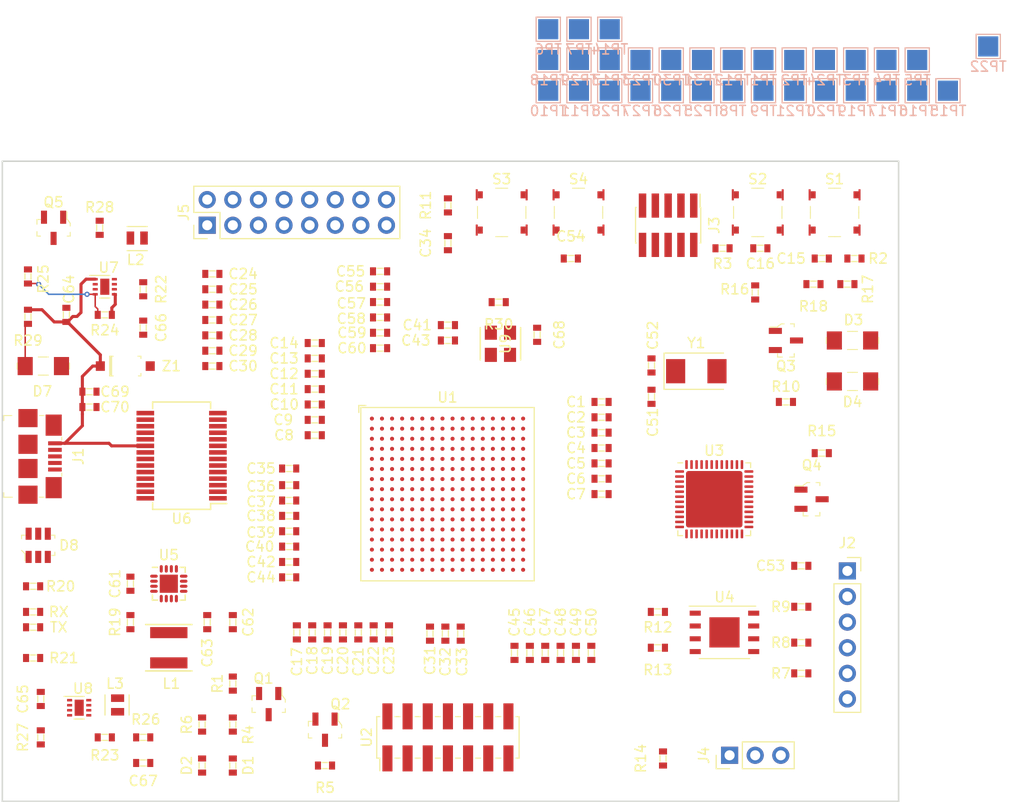
<source format=kicad_pcb>
(kicad_pcb (version 20171130) (host pcbnew 5.0.1-33cea8e~68~ubuntu18.04.1)
  (layers (0 F.Cu signal) (1 In1.Cu jumper) (2 In2.Cu signal) (31 B.Cu signal) (34 B.Paste user hide) (35 F.Paste user hide) (36 B.SilkS user hide) (37 F.SilkS user) (38 B.Mask user) (39 F.Mask user) (44 Edge.Cuts user))
  (net 0 "")
  (net 1 D+)
  (net 2 D-)
  (net 3 GND)
  (net 4 "Net-(J1-Pad4)")
  (net 5 +5V)
  (net 6 NRST)
  (net 7 FPGA_PROGRAM_B)
  (net 8 FPGA_BUTTON_2)
  (net 9 FPGA_BUTTON_1)
  (net 10 "Net-(D4-Pad1)")
  (net 11 STATUS_LED_RED)
  (net 12 STATUS_LED_GREEN)
  (net 13 "Net-(D3-Pad1)")
  (net 14 "Net-(D7-Pad1)")
  (net 15 "Net-(Q5-Pad1)")
  (net 16 FPGA_LED_1)
  (net 17 "Net-(D2-Pad1)")
  (net 18 "Net-(D1-Pad1)")
  (net 19 FPGA_LED_2)
  (net 20 +3V3)
  (net 21 +1V0)
  (net 22 +1V8)
  (net 23 VCAP1)
  (net 24 "Net-(C51-Pad1)")
  (net 25 "Net-(C52-Pad1)")
  (net 26 "Net-(R26-Pad2)")
  (net 27 "Net-(D7-Pad2)")
  (net 28 "Net-(R30-Pad2)")
  (net 29 "Net-(D3-Pad2)")
  (net 30 "Net-(C62-Pad1)")
  (net 31 "Net-(D1-Pad2)")
  (net 32 "Net-(D2-Pad2)")
  (net 33 "Net-(D4-Pad2)")
  (net 34 "Net-(D5-Pad1)")
  (net 35 "Net-(D6-Pad1)")
  (net 36 "Net-(R24-Pad2)")
  (net 37 M2_0)
  (net 38 M1_0)
  (net 39 M0_0)
  (net 40 FPGA_INIT_B)
  (net 41 FLASH_W)
  (net 42 SPI_CS)
  (net 43 "Net-(R23-Pad2)")
  (net 44 "Net-(R22-Pad2)")
  (net 45 "Net-(R21-Pad2)")
  (net 46 "Net-(R20-Pad2)")
  (net 47 "Net-(R19-Pad2)")
  (net 48 BOOT0)
  (net 49 BUS6)
  (net 50 BUS7)
  (net 51 BUS0)
  (net 52 FPGA_DONE)
  (net 53 FPGA_CCLK)
  (net 54 BUS4)
  (net 55 BUS3)
  (net 56 BUS2)
  (net 57 BUS1)
  (net 58 STM_JTAG_TDI)
  (net 59 STM_JTAG_TDO)
  (net 60 STM_JTAG_TMS)
  (net 61 STM_JTAG_TCK)
  (net 62 STM_JTAG_RESET)
  (net 63 FT232_RXI)
  (net 64 SPI_MOSI)
  (net 65 SPI_MISO)
  (net 66 FT232_TXO)
  (net 67 SPI_SCK)
  (net 68 BUS5)
  (net 69 "Net-(L2-Pad2)")
  (net 70 "Net-(L3-Pad2)")
  (net 71 "Net-(U6-Pad2)")
  (net 72 "Net-(U6-Pad3)")
  (net 73 "Net-(U6-Pad4)")
  (net 74 "Net-(U6-Pad6)")
  (net 75 "Net-(U6-Pad9)")
  (net 76 "Net-(U6-Pad10)")
  (net 77 "Net-(U6-Pad11)")
  (net 78 "Net-(U6-Pad12)")
  (net 79 "Net-(U6-Pad13)")
  (net 80 "Net-(U6-Pad14)")
  (net 81 "Net-(U6-Pad17)")
  (net 82 "Net-(U6-Pad19)")
  (net 83 "Net-(U6-Pad26)")
  (net 84 "Net-(U6-Pad27)")
  (net 85 "Net-(U6-Pad28)")
  (net 86 "Net-(U3-Pad2)")
  (net 87 "Net-(U3-Pad26)")
  (net 88 "Net-(U3-Pad30)")
  (net 89 "Net-(U3-Pad41)")
  (net 90 I2C_SCL)
  (net 91 I2C_SDA)
  (net 92 "Net-(U3-Pad45)")
  (net 93 "Net-(U3-Pad46)")
  (net 94 "Net-(L1-Pad1)")
  (net 95 BREAK2)
  (net 96 BREAK3)
  (net 97 BREAK5)
  (net 98 BREAK7)
  (net 99 BREAK10)
  (net 100 BREAK11)
  (net 101 BREAK13)
  (net 102 BREAK15)
  (net 103 "Net-(U1-PadA12)")
  (net 104 "Net-(U1-PadA13)")
  (net 105 "Net-(U1-PadA14)")
  (net 106 "Net-(U1-PadA15)")
  (net 107 BREAK0)
  (net 108 "Net-(U1-PadC1)")
  (net 109 "Net-(U1-PadD1)")
  (net 110 "Net-(U1-PadE1)")
  (net 111 "Net-(U1-PadG1)")
  (net 112 "Net-(U1-PadH1)")
  (net 113 "Net-(U1-PadJ1)")
  (net 114 "Net-(U1-PadB16)")
  (net 115 "Net-(U1-PadB15)")
  (net 116 "Net-(U1-PadB14)")
  (net 117 "Net-(U1-PadB12)")
  (net 118 "Net-(U1-PadB11)")
  (net 119 BREAK14)
  (net 120 BREAK12)
  (net 121 BREAK9)
  (net 122 BREAK8)
  (net 123 BREAK6)
  (net 124 BREAK1)
  (net 125 BREAK4)
  (net 126 "Net-(U1-PadC2)")
  (net 127 "Net-(U1-PadC3)")
  (net 128 "Net-(U1-PadC4)")
  (net 129 "Net-(U1-PadC6)")
  (net 130 "Net-(U1-PadC7)")
  (net 131 "Net-(U1-PadC8)")
  (net 132 "Net-(U1-PadC9)")
  (net 133 "Net-(U1-PadD3)")
  (net 134 "Net-(U1-PadD4)")
  (net 135 "Net-(U1-PadD5)")
  (net 136 "Net-(U1-PadD6)")
  (net 137 "Net-(U1-PadD8)")
  (net 138 "Net-(U1-PadD9)")
  (net 139 "Net-(U1-PadE2)")
  (net 140 "Net-(U1-PadE3)")
  (net 141 "Net-(U1-PadD10)")
  (net 142 "Net-(U1-PadC11)")
  (net 143 "Net-(U1-PadD11)")
  (net 144 "Net-(U1-PadC12)")
  (net 145 "Net-(U1-PadC13)")
  (net 146 "Net-(U1-PadC14)")
  (net 147 "Net-(U1-PadD14)")
  (net 148 "Net-(U1-PadD13)")
  (net 149 "Net-(U1-PadD15)")
  (net 150 "Net-(U1-PadD16)")
  (net 151 "Net-(U1-PadC16)")
  (net 152 "Net-(U1-PadE13)")
  (net 153 "Net-(U1-PadF13)")
  (net 154 "Net-(U1-PadE15)")
  (net 155 "Net-(U1-PadF15)")
  (net 156 "Net-(U1-PadG15)")
  (net 157 "Net-(U1-PadE16)")
  (net 158 "Net-(U1-PadF2)")
  (net 159 "Net-(U1-PadF3)")
  (net 160 "Net-(U1-PadF4)")
  (net 161 "Net-(U1-PadG4)")
  (net 162 "Net-(U1-PadG2)")
  (net 163 "Net-(U1-PadH2)")
  (net 164 "Net-(U1-PadH3)")
  (net 165 "Net-(U1-PadH4)")
  (net 166 "Net-(U1-PadJ4)")
  (net 167 "Net-(U1-PadJ3)")
  (net 168 "Net-(U1-PadK1)")
  (net 169 "Net-(U1-PadK2)")
  (net 170 "Net-(U1-PadK3)")
  (net 171 "Net-(U1-PadL4)")
  (net 172 "Net-(U1-PadL3)")
  (net 173 "Net-(U1-PadL2)")
  (net 174 "Net-(U1-PadM1)")
  (net 175 "Net-(U1-PadM2)")
  (net 176 "Net-(U1-PadM4)")
  (net 177 "Net-(U1-PadN4)")
  (net 178 "Net-(U1-PadP4)")
  (net 179 "Net-(U1-PadR3)")
  (net 180 "Net-(U1-PadP3)")
  (net 181 "Net-(U1-PadN3)")
  (net 182 "Net-(U1-PadN2)")
  (net 183 "Net-(U1-PadR2)")
  (net 184 "Net-(U1-PadN1)")
  (net 185 "Net-(U1-PadP1)")
  (net 186 "Net-(U1-PadR1)")
  (net 187 "Net-(U1-PadE6)")
  (net 188 "Net-(U1-PadE5)")
  (net 189 "Net-(U1-PadF5)")
  (net 190 "Net-(U1-PadG5)")
  (net 191 "Net-(U1-PadG7)")
  (net 192 "Net-(U1-PadG8)")
  (net 193 "Net-(U1-PadH5)")
  (net 194 "Net-(U1-PadJ5)")
  (net 195 "Net-(U1-PadK5)")
  (net 196 "Net-(U1-PadL5)")
  (net 197 "Net-(U1-PadL7)")
  (net 198 "Net-(U1-PadM5)")
  (net 199 "Net-(U1-PadM6)")
  (net 200 "Net-(U1-PadM7)")
  (net 201 "Net-(U1-PadP6)")
  (net 202 "Net-(U1-PadR5)")
  (net 203 "Net-(U1-PadR6)")
  (net 204 "Net-(U1-PadT5)")
  (net 205 "Net-(U1-PadN6)")
  (net 206 "Net-(U1-PadN7)")
  (net 207 "Net-(U1-PadP11)")
  (net 208 "Net-(U1-PadP10)")
  (net 209 "Net-(U1-PadP9)")
  (net 210 "Net-(U1-PadP8)")
  (net 211 "Net-(U1-PadR7)")
  (net 212 "Net-(U1-PadR8)")
  (net 213 "Net-(U1-PadR10)")
  (net 214 "Net-(U1-PadR11)")
  (net 215 "Net-(U1-PadT7)")
  (net 216 "Net-(U1-PadT8)")
  (net 217 "Net-(U1-PadT9)")
  (net 218 "Net-(U1-PadT10)")
  (net 219 "Net-(U1-PadN8)")
  (net 220 "Net-(U1-PadE11)")
  (net 221 "/Arty Bank 14, 15/CLK_100MHZ")
  (net 222 "Net-(U1-PadF12)")
  (net 223 "Net-(U1-PadG12)")
  (net 224 "Net-(U1-PadG11)")
  (net 225 "Net-(U1-PadR12)")
  (net 226 "Net-(U1-PadT12)")
  (net 227 "Net-(U1-PadH11)")
  (net 228 "Net-(U1-PadH12)")
  (net 229 "Net-(U1-PadH13)")
  (net 230 "Net-(U1-PadJ13)")
  (net 231 "Net-(U1-PadK13)")
  (net 232 "Net-(U1-PadL13)")
  (net 233 "Net-(U1-PadN13)")
  (net 234 "Net-(U1-PadP13)")
  (net 235 "Net-(U1-PadR13)")
  (net 236 "Net-(U1-PadT13)")
  (net 237 "Net-(U1-PadN9)")
  (net 238 "Net-(U1-PadT14)")
  (net 239 "Net-(U1-PadP14)")
  (net 240 "Net-(U1-PadN14)")
  (net 241 "Net-(U1-PadM14)")
  (net 242 "Net-(U1-PadL14)")
  (net 243 "Net-(U1-PadJ14)")
  (net 244 "Net-(U1-PadH14)")
  (net 245 "Net-(U1-PadJ15)")
  (net 246 "Net-(U1-PadK15)")
  (net 247 "Net-(U1-PadL15)")
  (net 248 "Net-(U1-PadM15)")
  (net 249 "Net-(U1-PadP15)")
  (net 250 "Net-(U1-PadR15)")
  (net 251 "Net-(U1-PadT15)")
  (net 252 "Net-(U1-PadN11)")
  (net 253 "Net-(U1-PadK12)")
  (net 254 "Net-(U1-PadL12)")
  (net 255 "Net-(U1-PadM12)")
  (net 256 "Net-(U1-PadN12)")
  (net 257 "Net-(U4-Pad7)")
  (net 258 "Net-(U2-Pad1)")
  (net 259 "Net-(U2-Pad14)")
  (net 260 "Net-(J3-Pad7)")
  (net 261 "Net-(J4-Pad2)")
  (module Connector_PinHeader_2.54mm:PinHeader_1x03_P2.54mm_Vertical (layer F.Cu) (at 148.336 135.128 90)
    (fp_text reference J4 (at 0 -2.54 90) (layer F.SilkS))
    (fp_text value Conn_01x03_Male)
    (pad 1 thru_hole rect (at 0 0 90) (size 1.7 1.7) (drill 1) (layers *.Cu *.Mask) (net 3 GND))
    (pad 2 thru_hole oval (at 0 2.54 90) (size 1.7 1.7) (drill 1) (layers *.Cu *.Mask) (net 261 "Net-(J4-Pad2)"))
    (pad 3 thru_hole oval (at 0 5.08 90) (size 1.7 1.7) (drill 1) (layers *.Cu *.Mask) (net 20 +3V3))
  )
  (module digikey-footprints:1206 (layer F.Cu) (at 80.264 96.52 180)
    (fp_text reference D7 (at 0.1 -2.5 180) (layer F.SilkS))
    (fp_text value RED)
    (pad 1 smd rect (at -1.8 0 180) (size 1.5 1.8) (layers F.Cu F.Paste F.Mask) (net 14 "Net-(D7-Pad1)"))
    (pad 2 smd rect (at 1.8 0 180) (size 1.5 1.8) (layers F.Cu F.Paste F.Mask) (net 27 "Net-(D7-Pad2)"))
  )
  (module digikey-footprints:1206 (layer F.Cu) (at 160.528 93.98)
    (fp_text reference D3 (at 0.1 -2.032) (layer F.SilkS))
    (fp_text value BLUE)
    (pad 2 smd rect (at 1.8 0) (size 1.5 1.8) (layers F.Cu F.Paste F.Mask) (net 29 "Net-(D3-Pad2)"))
    (pad 1 smd rect (at -1.8 0) (size 1.5 1.8) (layers F.Cu F.Paste F.Mask) (net 13 "Net-(D3-Pad1)"))
  )
  (module digikey-footprints:1206 (layer F.Cu) (at 160.528 98.044 180)
    (fp_text reference D4 (at 0 -2.032 180) (layer F.SilkS))
    (fp_text value RED)
    (pad 1 smd rect (at -1.8 0 180) (size 1.5 1.8) (layers F.Cu F.Paste F.Mask) (net 10 "Net-(D4-Pad1)"))
    (pad 2 smd rect (at 1.8 0 180) (size 1.5 1.8) (layers F.Cu F.Paste F.Mask) (net 33 "Net-(D4-Pad2)"))
  )
  (module Connector_PinHeader_2.54mm:PinHeader_2x08_P2.54mm_Vertical (layer F.Cu) (at 96.52 82.55 90)
    (fp_text reference J5 (at 1.27 -2.33 90) (layer F.SilkS))
    (fp_text value Conn_01x16_Male)
    (pad 1 thru_hole rect (at 0 0 90) (size 1.7 1.7) (drill 1) (layers *.Cu *.Mask) (net 107 BREAK0))
    (pad 2 thru_hole oval (at 2.54 0 90) (size 1.7 1.7) (drill 1) (layers *.Cu *.Mask) (net 124 BREAK1))
    (pad 3 thru_hole oval (at 0 2.54 90) (size 1.7 1.7) (drill 1) (layers *.Cu *.Mask) (net 95 BREAK2))
    (pad 4 thru_hole oval (at 2.54 2.54 90) (size 1.7 1.7) (drill 1) (layers *.Cu *.Mask) (net 96 BREAK3))
    (pad 5 thru_hole oval (at 0 5.08 90) (size 1.7 1.7) (drill 1) (layers *.Cu *.Mask) (net 125 BREAK4))
    (pad 6 thru_hole oval (at 2.54 5.08 90) (size 1.7 1.7) (drill 1) (layers *.Cu *.Mask) (net 97 BREAK5))
    (pad 7 thru_hole oval (at 0 7.62 90) (size 1.7 1.7) (drill 1) (layers *.Cu *.Mask) (net 123 BREAK6))
    (pad 8 thru_hole oval (at 2.54 7.62 90) (size 1.7 1.7) (drill 1) (layers *.Cu *.Mask) (net 98 BREAK7))
    (pad 9 thru_hole oval (at 0 10.16 90) (size 1.7 1.7) (drill 1) (layers *.Cu *.Mask) (net 122 BREAK8))
    (pad 10 thru_hole oval (at 2.54 10.16 90) (size 1.7 1.7) (drill 1) (layers *.Cu *.Mask) (net 121 BREAK9))
    (pad 11 thru_hole oval (at 0 12.7 90) (size 1.7 1.7) (drill 1) (layers *.Cu *.Mask) (net 99 BREAK10))
    (pad 12 thru_hole oval (at 2.54 12.7 90) (size 1.7 1.7) (drill 1) (layers *.Cu *.Mask) (net 100 BREAK11))
    (pad 13 thru_hole oval (at 0 15.24 90) (size 1.7 1.7) (drill 1) (layers *.Cu *.Mask) (net 120 BREAK12))
    (pad 14 thru_hole oval (at 2.54 15.24 90) (size 1.7 1.7) (drill 1) (layers *.Cu *.Mask) (net 101 BREAK13))
    (pad 15 thru_hole oval (at 0 17.78 90) (size 1.7 1.7) (drill 1) (layers *.Cu *.Mask) (net 119 BREAK14))
    (pad 16 thru_hole oval (at 2.54 17.78 90) (size 1.7 1.7) (drill 1) (layers *.Cu *.Mask) (net 102 BREAK15))
  )
  (module Connector_PinHeader_1.27mm:PinHeader_2x05_P1.27mm_Vertical_SMD (layer F.Cu) (at 142.24 82.55 270)
    (fp_text reference J3 (at 0 -4.572 270) (layer F.SilkS))
    (fp_text value Conn_ARM_JTAG_SWD_10)
    (pad 1 smd rect (at -1.95 -2.54 270) (size 2.4 0.74) (layers F.Cu F.Paste F.Mask) (net 20 +3V3))
    (pad 2 smd rect (at 1.95 -2.54 270) (size 2.4 0.74) (layers F.Cu F.Paste F.Mask) (net 60 STM_JTAG_TMS))
    (pad 3 smd rect (at -1.95 -1.27 270) (size 2.4 0.74) (layers F.Cu F.Paste F.Mask) (net 3 GND))
    (pad 4 smd rect (at 1.95 -1.27 270) (size 2.4 0.74) (layers F.Cu F.Paste F.Mask) (net 61 STM_JTAG_TCK))
    (pad 5 smd rect (at -1.95 0 270) (size 2.4 0.74) (layers F.Cu F.Paste F.Mask) (net 3 GND))
    (pad 6 smd rect (at 1.95 0 270) (size 2.4 0.74) (layers F.Cu F.Paste F.Mask) (net 59 STM_JTAG_TDO))
    (pad 7 smd rect (at -1.95 1.27 270) (size 2.4 0.74) (layers F.Cu F.Paste F.Mask) (net 260 "Net-(J3-Pad7)"))
    (pad 8 smd rect (at 1.95 1.27 270) (size 2.4 0.74) (layers F.Cu F.Paste F.Mask) (net 58 STM_JTAG_TDI))
    (pad 9 smd rect (at -1.95 2.54 270) (size 2.4 0.74) (layers F.Cu F.Paste F.Mask) (net 3 GND))
    (pad 10 smd rect (at 1.95 2.54 270) (size 2.4 0.74) (layers F.Cu F.Paste F.Mask) (net 62 STM_JTAG_RESET))
  )
  (module Connector_PinHeader_2.00mm:PinHeader_2x07_P2.00mm_Vertical_SMD (layer F.Cu) (at 120.396 133.35 90)
    (fp_text reference U2 (at 0 -8.06 90) (layer F.SilkS))
    (fp_text value Xilinx_FPGA_JTAG_Conn_2x7)
    (pad 1 smd rect (at -2.085 -6 90) (size 2.58 1) (layers F.Cu F.Paste F.Mask) (net 258 "Net-(U2-Pad1)"))
    (pad 2 smd rect (at 2.085 -6 90) (size 2.58 1) (layers F.Cu F.Paste F.Mask) (net 20 +3V3))
    (pad 3 smd rect (at -2.085 -4 90) (size 2.58 1) (layers F.Cu F.Paste F.Mask) (net 3 GND))
    (pad 4 smd rect (at 2.085 -4 90) (size 2.58 1) (layers F.Cu F.Paste F.Mask) (net 197 "Net-(U1-PadL7)"))
    (pad 5 smd rect (at -2.085 -2 90) (size 2.58 1) (layers F.Cu F.Paste F.Mask) (net 3 GND))
    (pad 6 smd rect (at 2.085 -2 90) (size 2.58 1) (layers F.Cu F.Paste F.Mask) (net 200 "Net-(U1-PadM7)"))
    (pad 7 smd rect (at -2.085 0 90) (size 2.58 1) (layers F.Cu F.Paste F.Mask) (net 3 GND))
    (pad 8 smd rect (at 2.085 0 90) (size 2.58 1) (layers F.Cu F.Paste F.Mask) (net 219 "Net-(U1-PadN8)"))
    (pad 9 smd rect (at -2.085 2 90) (size 2.58 1) (layers F.Cu F.Paste F.Mask) (net 3 GND))
    (pad 10 smd rect (at 2.085 2 90) (size 2.58 1) (layers F.Cu F.Paste F.Mask) (net 206 "Net-(U1-PadN7)"))
    (pad 11 smd rect (at -2.085 4 90) (size 2.58 1) (layers F.Cu F.Paste F.Mask))
    (pad 12 smd rect (at 2.085 4 90) (size 2.58 1) (layers F.Cu F.Paste F.Mask))
    (pad 13 smd rect (at -2.085 6 90) (size 2.58 1) (layers F.Cu F.Paste F.Mask) (net 3 GND))
    (pad 14 smd rect (at 2.085 6 90) (size 2.58 1) (layers F.Cu F.Paste F.Mask) (net 259 "Net-(U2-Pad14)"))
  )
  (module Connector_PinSocket_2.54mm:PinSocket_1x06_P2.54mm_Vertical (layer F.Cu) (at 160.02 116.84)
    (fp_text reference J2 (at 0 -2.77) (layer F.SilkS))
    (fp_text value Conn_01x06_Male)
    (pad 1 thru_hole rect (at 0 0) (size 1.7 1.7) (drill 1) (layers *.Cu *.Mask) (net 39 M0_0))
    (pad 2 thru_hole oval (at 0 2.54) (size 1.7 1.7) (drill 1) (layers *.Cu *.Mask) (net 20 +3V3))
    (pad 3 thru_hole oval (at 0 5.08) (size 1.7 1.7) (drill 1) (layers *.Cu *.Mask) (net 38 M1_0))
    (pad 4 thru_hole oval (at 0 7.62) (size 1.7 1.7) (drill 1) (layers *.Cu *.Mask) (net 20 +3V3))
    (pad 5 thru_hole oval (at 0 10.16) (size 1.7 1.7) (drill 1) (layers *.Cu *.Mask) (net 37 M2_0))
    (pad 6 thru_hole oval (at 0 12.7) (size 1.7 1.7) (drill 1) (layers *.Cu *.Mask) (net 20 +3V3))
  )
  (module Crystal:Crystal_SMD_Abracon_ABM3-2Pin_5.0x3.2mm (layer F.Cu) (at 145.034 97.028)
    (fp_text reference Y1 (at 0 -2.8) (layer F.SilkS))
    (fp_text value 25MHz)
    (pad 1 smd rect (at -2.05 0) (size 1.9 2.4) (layers F.Cu F.Paste F.Mask) (net 24 "Net-(C51-Pad1)"))
    (pad 2 smd rect (at 2.05 0) (size 1.9 2.4) (layers F.Cu F.Paste F.Mask) (net 25 "Net-(C52-Pad1)"))
  )
  (module KicadFPGA:DFN-8-1EP_6x5mm_P1.27mm_EP3x3mm (layer F.Cu) (at 147.828 122.936)
    (fp_text reference U4 (at 0 -3.5) (layer F.SilkS))
    (fp_text value MT25QU128)
    (pad 1 smd rect (at -2.9 -1.905 270) (size 0.5 1.1) (layers F.Cu F.Paste F.Mask) (net 42 SPI_CS))
    (pad 2 smd rect (at -2.9 -0.635 270) (size 0.5 1.1) (layers F.Cu F.Paste F.Mask) (net 65 SPI_MISO))
    (pad 3 smd rect (at -2.9 0.635 270) (size 0.5 1.1) (layers F.Cu F.Paste F.Mask) (net 41 FLASH_W))
    (pad 4 smd rect (at -2.9 1.905 270) (size 0.5 1.1) (layers F.Cu F.Paste F.Mask) (net 3 GND))
    (pad 5 smd rect (at 2.9 1.905 270) (size 0.5 1.1) (layers F.Cu F.Paste F.Mask) (net 64 SPI_MOSI))
    (pad 6 smd rect (at 2.9 0.635 270) (size 0.5 1.1) (layers F.Cu F.Paste F.Mask) (net 67 SPI_SCK))
    (pad 7 smd rect (at 2.9 -0.635 270) (size 0.5 1.1) (layers F.Cu F.Paste F.Mask) (net 257 "Net-(U4-Pad7)"))
    (pad 8 smd rect (at 2.9 -1.905 270) (size 0.5 1.1) (layers F.Cu F.Paste F.Mask) (net 20 +3V3))
    (pad 9 smd rect (at 0 0 270) (size 3 3) (layers F.Cu F.Mask))
  )
  (module KicadFPGA:L_TDK_VLF252015MT (layer F.Cu) (at 87.63 130.135 90)
    (fp_text reference L3 (at 2.119 -0.254 180) (layer F.SilkS))
    (fp_text value 1.0uH)
    (pad 2 smd rect (at 0.675 0 90) (size 0.75 1.3) (layers F.Cu F.Paste F.Mask) (net 70 "Net-(L3-Pad2)"))
    (pad 1 smd rect (at -0.675 0 90) (size 0.75 1.3) (layers F.Cu F.Paste F.Mask) (net 22 +1V8))
  )
  (module KicadFPGA:L_TDK_VLF252015MT (layer F.Cu) (at 89.575 83.82 180)
    (fp_text reference L2 (at 0.1524 -2.159 180) (layer F.SilkS))
    (fp_text value 1.0uH)
    (pad 1 smd rect (at -0.675 0 180) (size 0.75 1.3) (layers F.Cu F.Paste F.Mask) (net 21 +1V0))
    (pad 2 smd rect (at 0.675 0 180) (size 0.75 1.3) (layers F.Cu F.Paste F.Mask) (net 69 "Net-(L2-Pad2)"))
  )
  (module KicadFPGA:PA4332 (layer F.Cu) (at 92.71 124.46)
    (fp_text reference L1 (at 0.254 3.556) (layer F.SilkS))
    (fp_text value 2.2uH)
    (pad 1 smd rect (at 0 1.5) (size 3.7 1.1) (layers F.Cu F.Paste F.Mask) (net 94 "Net-(L1-Pad1)"))
    (pad 2 smd rect (at 0 -1.5) (size 3.7 1.1) (layers F.Cu F.Paste F.Mask) (net 20 +3V3))
  )
  (module KicadFPGA:SiT8008B_3.2x2.5MM (layer F.Cu) (at 125.606 94.308 90)
    (fp_text reference U9 (at 0 0.5 90) (layer F.SilkS))
    (fp_text value SiT8008B)
    (pad 1 smd rect (at 1.1 0.95 90) (size 1.4 1.2) (layers F.Cu F.Paste F.Mask) (net 20 +3V3))
    (pad 2 smd rect (at -1.1 0.95 90) (size 1.4 1.2) (layers F.Cu F.Paste F.Mask) (net 3 GND))
    (pad 3 smd rect (at -1.1 -0.95 90) (size 1.4 1.2) (layers F.Cu F.Paste F.Mask) (net 221 "/Arty Bank 14, 15/CLK_100MHZ"))
    (pad 4 smd rect (at 1.1 -0.95 90) (size 1.4 1.2) (layers F.Cu F.Paste F.Mask) (net 28 "Net-(R30-Pad2)"))
  )
  (module Package_BGA:BGA-256_17.0x17.0mm_Layout16x16_P1.0mm_Ball0.5mm_Pad0.4mm_NSMD (layer F.Cu) (at 120.356 109.228)
    (fp_text reference U1 (at 0 -9.6) (layer F.SilkS))
    (fp_text value XC7A35T-FTG256)
    (pad A1 smd circle (at -7.5 -7.5) (size 0.4 0.4) (layers F.Cu F.Paste F.Mask) (net 3 GND))
    (pad A2 smd circle (at -6.5 -7.5) (size 0.4 0.4) (layers F.Cu F.Paste F.Mask) (net 95 BREAK2))
    (pad A3 smd circle (at -5.5 -7.5) (size 0.4 0.4) (layers F.Cu F.Paste F.Mask) (net 96 BREAK3))
    (pad A4 smd circle (at -4.5 -7.5) (size 0.4 0.4) (layers F.Cu F.Paste F.Mask) (net 97 BREAK5))
    (pad A5 smd circle (at -3.5 -7.5) (size 0.4 0.4) (layers F.Cu F.Paste F.Mask) (net 98 BREAK7))
    (pad A6 smd circle (at -2.5 -7.5) (size 0.4 0.4) (layers F.Cu F.Paste F.Mask) (net 20 +3V3))
    (pad A7 smd circle (at -1.5 -7.5) (size 0.4 0.4) (layers F.Cu F.Paste F.Mask) (net 99 BREAK10))
    (pad A8 smd circle (at -0.5 -7.5) (size 0.4 0.4) (layers F.Cu F.Paste F.Mask) (net 100 BREAK11))
    (pad A9 smd circle (at 0.5 -7.5) (size 0.4 0.4) (layers F.Cu F.Paste F.Mask) (net 101 BREAK13))
    (pad A10 smd circle (at 1.5 -7.5) (size 0.4 0.4) (layers F.Cu F.Paste F.Mask) (net 102 BREAK15))
    (pad A11 smd circle (at 2.5 -7.5) (size 0.4 0.4) (layers F.Cu F.Paste F.Mask) (net 3 GND))
    (pad A12 smd circle (at 3.5 -7.5) (size 0.4 0.4) (layers F.Cu F.Paste F.Mask) (net 103 "Net-(U1-PadA12)"))
    (pad A13 smd circle (at 4.5 -7.5) (size 0.4 0.4) (layers F.Cu F.Paste F.Mask) (net 104 "Net-(U1-PadA13)"))
    (pad A14 smd circle (at 5.5 -7.5) (size 0.4 0.4) (layers F.Cu F.Paste F.Mask) (net 105 "Net-(U1-PadA14)"))
    (pad A15 smd circle (at 6.5 -7.5) (size 0.4 0.4) (layers F.Cu F.Paste F.Mask) (net 106 "Net-(U1-PadA15)"))
    (pad A16 smd circle (at 7.5 -7.5) (size 0.4 0.4) (layers F.Cu F.Paste F.Mask) (net 20 +3V3))
    (pad B1 smd circle (at -7.5 -6.5) (size 0.4 0.4) (layers F.Cu F.Paste F.Mask) (net 107 BREAK0))
    (pad C1 smd circle (at -7.5 -5.5) (size 0.4 0.4) (layers F.Cu F.Paste F.Mask) (net 108 "Net-(U1-PadC1)"))
    (pad D1 smd circle (at -7.5 -4.5) (size 0.4 0.4) (layers F.Cu F.Paste F.Mask) (net 109 "Net-(U1-PadD1)"))
    (pad E1 smd circle (at -7.5 -3.5) (size 0.4 0.4) (layers F.Cu F.Paste F.Mask) (net 110 "Net-(U1-PadE1)"))
    (pad F1 smd circle (at -7.5 -2.5) (size 0.4 0.4) (layers F.Cu F.Paste F.Mask) (net 20 +3V3))
    (pad G1 smd circle (at -7.5 -1.5) (size 0.4 0.4) (layers F.Cu F.Paste F.Mask) (net 111 "Net-(U1-PadG1)"))
    (pad H1 smd circle (at -7.5 -0.5) (size 0.4 0.4) (layers F.Cu F.Paste F.Mask) (net 112 "Net-(U1-PadH1)"))
    (pad J1 smd circle (at -7.5 0.5) (size 0.4 0.4) (layers F.Cu F.Paste F.Mask) (net 113 "Net-(U1-PadJ1)"))
    (pad B16 smd circle (at 7.5 -6.5) (size 0.4 0.4) (layers F.Cu F.Paste F.Mask) (net 114 "Net-(U1-PadB16)"))
    (pad B15 smd circle (at 6.5 -6.5) (size 0.4 0.4) (layers F.Cu F.Paste F.Mask) (net 115 "Net-(U1-PadB15)"))
    (pad B14 smd circle (at 5.5 -6.5) (size 0.4 0.4) (layers F.Cu F.Paste F.Mask) (net 116 "Net-(U1-PadB14)"))
    (pad B13 smd circle (at 4.5 -6.5) (size 0.4 0.4) (layers F.Cu F.Paste F.Mask) (net 20 +3V3))
    (pad B12 smd circle (at 3.5 -6.5) (size 0.4 0.4) (layers F.Cu F.Paste F.Mask) (net 117 "Net-(U1-PadB12)"))
    (pad B11 smd circle (at 2.5 -6.5) (size 0.4 0.4) (layers F.Cu F.Paste F.Mask) (net 118 "Net-(U1-PadB11)"))
    (pad B10 smd circle (at 1.5 -6.5) (size 0.4 0.4) (layers F.Cu F.Paste F.Mask) (net 119 BREAK14))
    (pad B9 smd circle (at 0.5 -6.5) (size 0.4 0.4) (layers F.Cu F.Paste F.Mask) (net 120 BREAK12))
    (pad B8 smd circle (at -0.5 -6.5) (size 0.4 0.4) (layers F.Cu F.Paste F.Mask) (net 3 GND))
    (pad B7 smd circle (at -1.5 -6.5) (size 0.4 0.4) (layers F.Cu F.Paste F.Mask) (net 121 BREAK9))
    (pad B6 smd circle (at -2.5 -6.5) (size 0.4 0.4) (layers F.Cu F.Paste F.Mask) (net 122 BREAK8))
    (pad B5 smd circle (at -3.5 -6.5) (size 0.4 0.4) (layers F.Cu F.Paste F.Mask) (net 123 BREAK6))
    (pad B2 smd circle (at -6.5 -6.5) (size 0.4 0.4) (layers F.Cu F.Paste F.Mask) (net 124 BREAK1))
    (pad B3 smd circle (at -5.5 -6.5) (size 0.4 0.4) (layers F.Cu F.Paste F.Mask) (net 20 +3V3))
    (pad B4 smd circle (at -4.5 -6.5) (size 0.4 0.4) (layers F.Cu F.Paste F.Mask) (net 125 BREAK4))
    (pad C2 smd circle (at -6.5 -5.5) (size 0.4 0.4) (layers F.Cu F.Paste F.Mask) (net 126 "Net-(U1-PadC2)"))
    (pad C3 smd circle (at -5.5 -5.5) (size 0.4 0.4) (layers F.Cu F.Paste F.Mask) (net 127 "Net-(U1-PadC3)"))
    (pad C4 smd circle (at -4.5 -5.5) (size 0.4 0.4) (layers F.Cu F.Paste F.Mask) (net 128 "Net-(U1-PadC4)"))
    (pad C5 smd circle (at -3.5 -5.5) (size 0.4 0.4) (layers F.Cu F.Paste F.Mask) (net 3 GND))
    (pad C6 smd circle (at -2.5 -5.5) (size 0.4 0.4) (layers F.Cu F.Paste F.Mask) (net 129 "Net-(U1-PadC6)"))
    (pad C7 smd circle (at -1.5 -5.5) (size 0.4 0.4) (layers F.Cu F.Paste F.Mask) (net 130 "Net-(U1-PadC7)"))
    (pad C8 smd circle (at -0.5 -5.5) (size 0.4 0.4) (layers F.Cu F.Paste F.Mask) (net 131 "Net-(U1-PadC8)"))
    (pad C9 smd circle (at 0.5 -5.5) (size 0.4 0.4) (layers F.Cu F.Paste F.Mask) (net 132 "Net-(U1-PadC9)"))
    (pad D2 smd circle (at -6.5 -4.5) (size 0.4 0.4) (layers F.Cu F.Paste F.Mask) (net 3 GND))
    (pad D3 smd circle (at -5.5 -4.5) (size 0.4 0.4) (layers F.Cu F.Paste F.Mask) (net 133 "Net-(U1-PadD3)"))
    (pad D4 smd circle (at -4.5 -4.5) (size 0.4 0.4) (layers F.Cu F.Paste F.Mask) (net 134 "Net-(U1-PadD4)"))
    (pad D5 smd circle (at -3.5 -4.5) (size 0.4 0.4) (layers F.Cu F.Paste F.Mask) (net 135 "Net-(U1-PadD5)"))
    (pad D6 smd circle (at -2.5 -4.5) (size 0.4 0.4) (layers F.Cu F.Paste F.Mask) (net 136 "Net-(U1-PadD6)"))
    (pad D7 smd circle (at -1.5 -4.5) (size 0.4 0.4) (layers F.Cu F.Paste F.Mask) (net 20 +3V3))
    (pad D8 smd circle (at -0.5 -4.5) (size 0.4 0.4) (layers F.Cu F.Paste F.Mask) (net 137 "Net-(U1-PadD8)"))
    (pad D9 smd circle (at 0.5 -4.5) (size 0.4 0.4) (layers F.Cu F.Paste F.Mask) (net 138 "Net-(U1-PadD9)"))
    (pad E2 smd circle (at -6.5 -3.5) (size 0.4 0.4) (layers F.Cu F.Paste F.Mask) (net 139 "Net-(U1-PadE2)"))
    (pad E3 smd circle (at -5.5 -3.5) (size 0.4 0.4) (layers F.Cu F.Paste F.Mask) (net 140 "Net-(U1-PadE3)"))
    (pad E4 smd circle (at -4.5 -3.5) (size 0.4 0.4) (layers F.Cu F.Paste F.Mask) (net 20 +3V3))
    (pad C10 smd circle (at 1.5 -5.5) (size 0.4 0.4) (layers F.Cu F.Paste F.Mask) (net 20 +3V3))
    (pad D10 smd circle (at 1.5 -4.5) (size 0.4 0.4) (layers F.Cu F.Paste F.Mask) (net 141 "Net-(U1-PadD10)"))
    (pad C11 smd circle (at 2.5 -5.5) (size 0.4 0.4) (layers F.Cu F.Paste F.Mask) (net 142 "Net-(U1-PadC11)"))
    (pad D11 smd circle (at 2.5 -4.5) (size 0.4 0.4) (layers F.Cu F.Paste F.Mask) (net 143 "Net-(U1-PadD11)"))
    (pad D12 smd circle (at 3.5 -4.5) (size 0.4 0.4) (layers F.Cu F.Paste F.Mask) (net 3 GND))
    (pad C12 smd circle (at 3.5 -5.5) (size 0.4 0.4) (layers F.Cu F.Paste F.Mask) (net 144 "Net-(U1-PadC12)"))
    (pad C13 smd circle (at 4.5 -5.5) (size 0.4 0.4) (layers F.Cu F.Paste F.Mask) (net 145 "Net-(U1-PadC13)"))
    (pad C14 smd circle (at 5.5 -5.5) (size 0.4 0.4) (layers F.Cu F.Paste F.Mask) (net 146 "Net-(U1-PadC14)"))
    (pad D14 smd circle (at 5.5 -4.5) (size 0.4 0.4) (layers F.Cu F.Paste F.Mask) (net 147 "Net-(U1-PadD14)"))
    (pad D13 smd circle (at 4.5 -4.5) (size 0.4 0.4) (layers F.Cu F.Paste F.Mask) (net 148 "Net-(U1-PadD13)"))
    (pad C15 smd circle (at 6.5 -5.5) (size 0.4 0.4) (layers F.Cu F.Paste F.Mask) (net 3 GND))
    (pad D15 smd circle (at 6.5 -4.5) (size 0.4 0.4) (layers F.Cu F.Paste F.Mask) (net 149 "Net-(U1-PadD15)"))
    (pad D16 smd circle (at 7.5 -4.5) (size 0.4 0.4) (layers F.Cu F.Paste F.Mask) (net 150 "Net-(U1-PadD16)"))
    (pad C16 smd circle (at 7.5 -5.5) (size 0.4 0.4) (layers F.Cu F.Paste F.Mask) (net 151 "Net-(U1-PadC16)"))
    (pad E13 smd circle (at 4.5 -3.5) (size 0.4 0.4) (layers F.Cu F.Paste F.Mask) (net 152 "Net-(U1-PadE13)"))
    (pad F13 smd circle (at 4.5 -2.5) (size 0.4 0.4) (layers F.Cu F.Paste F.Mask) (net 153 "Net-(U1-PadF13)"))
    (pad G13 smd circle (at 4.5 -1.5) (size 0.4 0.4) (layers F.Cu F.Paste F.Mask) (net 3 GND))
    (pad G14 smd circle (at 5.5 -1.5) (size 0.4 0.4) (layers F.Cu F.Paste F.Mask) (net 90 I2C_SCL))
    (pad F14 smd circle (at 5.5 -2.5) (size 0.4 0.4) (layers F.Cu F.Paste F.Mask) (net 91 I2C_SDA))
    (pad E14 smd circle (at 5.5 -3.5) (size 0.4 0.4) (layers F.Cu F.Paste F.Mask) (net 20 +3V3))
    (pad E15 smd circle (at 6.5 -3.5) (size 0.4 0.4) (layers F.Cu F.Paste F.Mask) (net 154 "Net-(U1-PadE15)"))
    (pad F15 smd circle (at 6.5 -2.5) (size 0.4 0.4) (layers F.Cu F.Paste F.Mask) (net 155 "Net-(U1-PadF15)"))
    (pad G15 smd circle (at 6.5 -1.5) (size 0.4 0.4) (layers F.Cu F.Paste F.Mask) (net 156 "Net-(U1-PadG15)"))
    (pad G16 smd circle (at 7.5 -1.5) (size 0.4 0.4) (layers F.Cu F.Paste F.Mask) (net 51 BUS0))
    (pad F16 smd circle (at 7.5 -2.5) (size 0.4 0.4) (layers F.Cu F.Paste F.Mask) (net 3 GND))
    (pad E16 smd circle (at 7.5 -3.5) (size 0.4 0.4) (layers F.Cu F.Paste F.Mask) (net 157 "Net-(U1-PadE16)"))
    (pad F2 smd circle (at -6.5 -2.5) (size 0.4 0.4) (layers F.Cu F.Paste F.Mask) (net 158 "Net-(U1-PadF2)"))
    (pad F3 smd circle (at -5.5 -2.5) (size 0.4 0.4) (layers F.Cu F.Paste F.Mask) (net 159 "Net-(U1-PadF3)"))
    (pad F4 smd circle (at -4.5 -2.5) (size 0.4 0.4) (layers F.Cu F.Paste F.Mask) (net 160 "Net-(U1-PadF4)"))
    (pad G4 smd circle (at -4.5 -1.5) (size 0.4 0.4) (layers F.Cu F.Paste F.Mask) (net 161 "Net-(U1-PadG4)"))
    (pad G3 smd circle (at -5.5 -1.5) (size 0.4 0.4) (layers F.Cu F.Paste F.Mask) (net 3 GND))
    (pad G2 smd circle (at -6.5 -1.5) (size 0.4 0.4) (layers F.Cu F.Paste F.Mask) (net 162 "Net-(U1-PadG2)"))
    (pad H2 smd circle (at -6.5 -0.5) (size 0.4 0.4) (layers F.Cu F.Paste F.Mask) (net 163 "Net-(U1-PadH2)"))
    (pad H3 smd circle (at -5.5 -0.5) (size 0.4 0.4) (layers F.Cu F.Paste F.Mask) (net 164 "Net-(U1-PadH3)"))
    (pad H4 smd circle (at -4.5 -0.5) (size 0.4 0.4) (layers F.Cu F.Paste F.Mask) (net 165 "Net-(U1-PadH4)"))
    (pad J4 smd circle (at -4.5 0.5) (size 0.4 0.4) (layers F.Cu F.Paste F.Mask) (net 166 "Net-(U1-PadJ4)"))
    (pad J3 smd circle (at -5.5 0.5) (size 0.4 0.4) (layers F.Cu F.Paste F.Mask) (net 167 "Net-(U1-PadJ3)"))
    (pad J2 smd circle (at -6.5 0.5) (size 0.4 0.4) (layers F.Cu F.Paste F.Mask) (net 20 +3V3))
    (pad K1 smd circle (at -7.5 1.5) (size 0.4 0.4) (layers F.Cu F.Paste F.Mask) (net 168 "Net-(U1-PadK1)"))
    (pad K2 smd circle (at -6.5 1.5) (size 0.4 0.4) (layers F.Cu F.Paste F.Mask) (net 169 "Net-(U1-PadK2)"))
    (pad K3 smd circle (at -5.5 1.5) (size 0.4 0.4) (layers F.Cu F.Paste F.Mask) (net 170 "Net-(U1-PadK3)"))
    (pad K4 smd circle (at -4.5 1.5) (size 0.4 0.4) (layers F.Cu F.Paste F.Mask) (net 3 GND))
    (pad L4 smd circle (at -4.5 2.5) (size 0.4 0.4) (layers F.Cu F.Paste F.Mask) (net 171 "Net-(U1-PadL4)"))
    (pad L3 smd circle (at -5.5 2.5) (size 0.4 0.4) (layers F.Cu F.Paste F.Mask) (net 172 "Net-(U1-PadL3)"))
    (pad L2 smd circle (at -6.5 2.5) (size 0.4 0.4) (layers F.Cu F.Paste F.Mask) (net 173 "Net-(U1-PadL2)"))
    (pad L1 smd circle (at -7.5 2.5) (size 0.4 0.4) (layers F.Cu F.Paste F.Mask) (net 3 GND))
    (pad M1 smd circle (at -7.5 3.5) (size 0.4 0.4) (layers F.Cu F.Paste F.Mask) (net 174 "Net-(U1-PadM1)"))
    (pad M2 smd circle (at -6.5 3.5) (size 0.4 0.4) (layers F.Cu F.Paste F.Mask) (net 175 "Net-(U1-PadM2)"))
    (pad M3 smd circle (at -5.5 3.5) (size 0.4 0.4) (layers F.Cu F.Paste F.Mask) (net 20 +3V3))
    (pad M4 smd circle (at -4.5 3.5) (size 0.4 0.4) (layers F.Cu F.Paste F.Mask) (net 176 "Net-(U1-PadM4)"))
    (pad N4 smd circle (at -4.5 4.5) (size 0.4 0.4) (layers F.Cu F.Paste F.Mask) (net 177 "Net-(U1-PadN4)"))
    (pad P4 smd circle (at -4.5 5.5) (size 0.4 0.4) (layers F.Cu F.Paste F.Mask) (net 178 "Net-(U1-PadP4)"))
    (pad R4 smd circle (at -4.5 6.5) (size 0.4 0.4) (layers F.Cu F.Paste F.Mask) (net 20 +3V3))
    (pad R3 smd circle (at -5.5 6.5) (size 0.4 0.4) (layers F.Cu F.Paste F.Mask) (net 179 "Net-(U1-PadR3)"))
    (pad P3 smd circle (at -5.5 5.5) (size 0.4 0.4) (layers F.Cu F.Paste F.Mask) (net 180 "Net-(U1-PadP3)"))
    (pad N3 smd circle (at -5.5 4.5) (size 0.4 0.4) (layers F.Cu F.Paste F.Mask) (net 181 "Net-(U1-PadN3)"))
    (pad N2 smd circle (at -6.5 4.5) (size 0.4 0.4) (layers F.Cu F.Paste F.Mask) (net 182 "Net-(U1-PadN2)"))
    (pad P2 smd circle (at -6.5 5.5) (size 0.4 0.4) (layers F.Cu F.Paste F.Mask) (net 3 GND))
    (pad R2 smd circle (at -6.5 6.5) (size 0.4 0.4) (layers F.Cu F.Paste F.Mask) (net 183 "Net-(U1-PadR2)"))
    (pad N1 smd circle (at -7.5 4.5) (size 0.4 0.4) (layers F.Cu F.Paste F.Mask) (net 184 "Net-(U1-PadN1)"))
    (pad P1 smd circle (at -7.5 5.5) (size 0.4 0.4) (layers F.Cu F.Paste F.Mask) (net 185 "Net-(U1-PadP1)"))
    (pad R1 smd circle (at -7.5 6.5) (size 0.4 0.4) (layers F.Cu F.Paste F.Mask) (net 186 "Net-(U1-PadR1)"))
    (pad T1 smd circle (at -7.5 7.5) (size 0.4 0.4) (layers F.Cu F.Paste F.Mask) (net 20 +3V3))
    (pad T2 smd circle (at -6.5 7.5) (size 0.4 0.4) (layers F.Cu F.Paste F.Mask) (net 16 FPGA_LED_1))
    (pad T3 smd circle (at -5.5 7.5) (size 0.4 0.4) (layers F.Cu F.Paste F.Mask) (net 9 FPGA_BUTTON_1))
    (pad T4 smd circle (at -4.5 7.5) (size 0.4 0.4) (layers F.Cu F.Paste F.Mask) (net 19 FPGA_LED_2))
    (pad E8 smd circle (at -0.5 -3.5) (size 0.4 0.4) (layers F.Cu F.Paste F.Mask) (net 53 FPGA_CCLK))
    (pad E7 smd circle (at -1.5 -3.5) (size 0.4 0.4) (layers F.Cu F.Paste F.Mask) (net 20 +3V3))
    (pad E6 smd circle (at -2.5 -3.5) (size 0.4 0.4) (layers F.Cu F.Paste F.Mask) (net 187 "Net-(U1-PadE6)"))
    (pad E5 smd circle (at -3.5 -3.5) (size 0.4 0.4) (layers F.Cu F.Paste F.Mask) (net 188 "Net-(U1-PadE5)"))
    (pad F5 smd circle (at -3.5 -2.5) (size 0.4 0.4) (layers F.Cu F.Paste F.Mask) (net 189 "Net-(U1-PadF5)"))
    (pad F6 smd circle (at -2.5 -2.5) (size 0.4 0.4) (layers F.Cu F.Paste F.Mask) (net 3 GND))
    (pad F7 smd circle (at -1.5 -2.5) (size 0.4 0.4) (layers F.Cu F.Paste F.Mask) (net 21 +1V0))
    (pad F8 smd circle (at -0.5 -2.5) (size 0.4 0.4) (layers F.Cu F.Paste F.Mask) (net 22 +1V8))
    (pad G5 smd circle (at -3.5 -1.5) (size 0.4 0.4) (layers F.Cu F.Paste F.Mask) (net 190 "Net-(U1-PadG5)"))
    (pad G6 smd circle (at -2.5 -1.5) (size 0.4 0.4) (layers F.Cu F.Paste F.Mask) (net 21 +1V0))
    (pad G7 smd circle (at -1.5 -1.5) (size 0.4 0.4) (layers F.Cu F.Paste F.Mask) (net 191 "Net-(U1-PadG7)"))
    (pad G8 smd circle (at -0.5 -1.5) (size 0.4 0.4) (layers F.Cu F.Paste F.Mask) (net 192 "Net-(U1-PadG8)"))
    (pad H5 smd circle (at -3.5 -0.5) (size 0.4 0.4) (layers F.Cu F.Paste F.Mask) (net 193 "Net-(U1-PadH5)"))
    (pad H6 smd circle (at -2.5 -0.5) (size 0.4 0.4) (layers F.Cu F.Paste F.Mask) (net 3 GND))
    (pad H7 smd circle (at -1.5 -0.5) (size 0.4 0.4) (layers F.Cu F.Paste F.Mask) (net 3 GND))
    (pad H8 smd circle (at -0.5 -0.5) (size 0.4 0.4) (layers F.Cu F.Paste F.Mask) (net 3 GND))
    (pad J5 smd circle (at -3.5 0.5) (size 0.4 0.4) (layers F.Cu F.Paste F.Mask) (net 194 "Net-(U1-PadJ5)"))
    (pad J6 smd circle (at -2.5 0.5) (size 0.4 0.4) (layers F.Cu F.Paste F.Mask) (net 21 +1V0))
    (pad J7 smd circle (at -1.5 0.5) (size 0.4 0.4) (layers F.Cu F.Paste F.Mask) (net 3 GND))
    (pad J8 smd circle (at -0.5 0.5) (size 0.4 0.4) (layers F.Cu F.Paste F.Mask) (net 3 GND))
    (pad K5 smd circle (at -3.5 1.5) (size 0.4 0.4) (layers F.Cu F.Paste F.Mask) (net 195 "Net-(U1-PadK5)"))
    (pad K6 smd circle (at -2.5 1.5) (size 0.4 0.4) (layers F.Cu F.Paste F.Mask) (net 3 GND))
    (pad K7 smd circle (at -1.5 1.5) (size 0.4 0.4) (layers F.Cu F.Paste F.Mask) (net 3 GND))
    (pad K8 smd circle (at -0.5 1.5) (size 0.4 0.4) (layers F.Cu F.Paste F.Mask) (net 3 GND))
    (pad L5 smd circle (at -3.5 2.5) (size 0.4 0.4) (layers F.Cu F.Paste F.Mask) (net 196 "Net-(U1-PadL5)"))
    (pad L6 smd circle (at -2.5 2.5) (size 0.4 0.4) (layers F.Cu F.Paste F.Mask) (net 20 +3V3))
    (pad L7 smd circle (at -1.5 2.5) (size 0.4 0.4) (layers F.Cu F.Paste F.Mask) (net 197 "Net-(U1-PadL7)"))
    (pad L8 smd circle (at -0.5 2.5) (size 0.4 0.4) (layers F.Cu F.Paste F.Mask) (net 21 +1V0))
    (pad M5 smd circle (at -3.5 3.5) (size 0.4 0.4) (layers F.Cu F.Paste F.Mask) (net 198 "Net-(U1-PadM5)"))
    (pad M6 smd circle (at -2.5 3.5) (size 0.4 0.4) (layers F.Cu F.Paste F.Mask) (net 199 "Net-(U1-PadM6)"))
    (pad M7 smd circle (at -1.5 3.5) (size 0.4 0.4) (layers F.Cu F.Paste F.Mask) (net 200 "Net-(U1-PadM7)"))
    (pad P5 smd circle (at -3.5 5.5) (size 0.4 0.4) (layers F.Cu F.Paste F.Mask) (net 8 FPGA_BUTTON_2))
    (pad P6 smd circle (at -2.5 5.5) (size 0.4 0.4) (layers F.Cu F.Paste F.Mask) (net 201 "Net-(U1-PadP6)"))
    (pad R5 smd circle (at -3.5 6.5) (size 0.4 0.4) (layers F.Cu F.Paste F.Mask) (net 202 "Net-(U1-PadR5)"))
    (pad R6 smd circle (at -2.5 6.5) (size 0.4 0.4) (layers F.Cu F.Paste F.Mask) (net 203 "Net-(U1-PadR6)"))
    (pad T5 smd circle (at -3.5 7.5) (size 0.4 0.4) (layers F.Cu F.Paste F.Mask) (net 204 "Net-(U1-PadT5)"))
    (pad T6 smd circle (at -2.5 7.5) (size 0.4 0.4) (layers F.Cu F.Paste F.Mask) (net 3 GND))
    (pad M8 smd circle (at -0.5 3.5) (size 0.4 0.4) (layers F.Cu F.Paste F.Mask) (net 3 GND))
    (pad N5 smd circle (at -3.5 4.5) (size 0.4 0.4) (layers F.Cu F.Paste F.Mask) (net 3 GND))
    (pad N6 smd circle (at -2.5 4.5) (size 0.4 0.4) (layers F.Cu F.Paste F.Mask) (net 205 "Net-(U1-PadN6)"))
    (pad N7 smd circle (at -1.5 4.5) (size 0.4 0.4) (layers F.Cu F.Paste F.Mask) (net 206 "Net-(U1-PadN7)"))
    (pad P11 smd circle (at 2.5 5.5) (size 0.4 0.4) (layers F.Cu F.Paste F.Mask) (net 207 "Net-(U1-PadP11)"))
    (pad P10 smd circle (at 1.5 5.5) (size 0.4 0.4) (layers F.Cu F.Paste F.Mask) (net 208 "Net-(U1-PadP10)"))
    (pad P9 smd circle (at 0.5 5.5) (size 0.4 0.4) (layers F.Cu F.Paste F.Mask) (net 209 "Net-(U1-PadP9)"))
    (pad P8 smd circle (at -0.5 5.5) (size 0.4 0.4) (layers F.Cu F.Paste F.Mask) (net 210 "Net-(U1-PadP8)"))
    (pad P7 smd circle (at -1.5 5.5) (size 0.4 0.4) (layers F.Cu F.Paste F.Mask) (net 20 +3V3))
    (pad R7 smd circle (at -1.5 6.5) (size 0.4 0.4) (layers F.Cu F.Paste F.Mask) (net 211 "Net-(U1-PadR7)"))
    (pad R8 smd circle (at -0.5 6.5) (size 0.4 0.4) (layers F.Cu F.Paste F.Mask) (net 212 "Net-(U1-PadR8)"))
    (pad R9 smd circle (at 0.5 6.5) (size 0.4 0.4) (layers F.Cu F.Paste F.Mask) (net 3 GND))
    (pad R10 smd circle (at 1.5 6.5) (size 0.4 0.4) (layers F.Cu F.Paste F.Mask) (net 213 "Net-(U1-PadR10)"))
    (pad R11 smd circle (at 2.5 6.5) (size 0.4 0.4) (layers F.Cu F.Paste F.Mask) (net 214 "Net-(U1-PadR11)"))
    (pad T7 smd circle (at -1.5 7.5) (size 0.4 0.4) (layers F.Cu F.Paste F.Mask) (net 215 "Net-(U1-PadT7)"))
    (pad T8 smd circle (at -0.5 7.5) (size 0.4 0.4) (layers F.Cu F.Paste F.Mask) (net 216 "Net-(U1-PadT8)"))
    (pad T9 smd circle (at 0.5 7.5) (size 0.4 0.4) (layers F.Cu F.Paste F.Mask) (net 217 "Net-(U1-PadT9)"))
    (pad T10 smd circle (at 1.5 7.5) (size 0.4 0.4) (layers F.Cu F.Paste F.Mask) (net 218 "Net-(U1-PadT10)"))
    (pad T11 smd circle (at 2.5 7.5) (size 0.4 0.4) (layers F.Cu F.Paste F.Mask) (net 20 +3V3))
    (pad N8 smd circle (at -0.5 4.5) (size 0.4 0.4) (layers F.Cu F.Paste F.Mask) (net 219 "Net-(U1-PadN8)"))
    (pad E9 smd circle (at 0.5 -3.5) (size 0.4 0.4) (layers F.Cu F.Paste F.Mask) (net 3 GND))
    (pad E10 smd circle (at 1.5 -3.5) (size 0.4 0.4) (layers F.Cu F.Paste F.Mask) (net 21 +1V0))
    (pad E11 smd circle (at 2.5 -3.5) (size 0.4 0.4) (layers F.Cu F.Paste F.Mask) (net 220 "Net-(U1-PadE11)"))
    (pad E12 smd circle (at 3.5 -3.5) (size 0.4 0.4) (layers F.Cu F.Paste F.Mask) (net 221 "/Arty Bank 14, 15/CLK_100MHZ"))
    (pad P12 smd circle (at 3.5 5.5) (size 0.4 0.4) (layers F.Cu F.Paste F.Mask) (net 3 GND))
    (pad F9 smd circle (at 0.5 -2.5) (size 0.4 0.4) (layers F.Cu F.Paste F.Mask) (net 21 +1V0))
    (pad F10 smd circle (at 1.5 -2.5) (size 0.4 0.4) (layers F.Cu F.Paste F.Mask) (net 3 GND))
    (pad F11 smd circle (at 2.5 -2.5) (size 0.4 0.4) (layers F.Cu F.Paste F.Mask) (net 21 +1V0))
    (pad F12 smd circle (at 3.5 -2.5) (size 0.4 0.4) (layers F.Cu F.Paste F.Mask) (net 222 "Net-(U1-PadF12)"))
    (pad J9 smd circle (at 0.5 0.5) (size 0.4 0.4) (layers F.Cu F.Paste F.Mask) (net 3 GND))
    (pad G12 smd circle (at 3.5 -1.5) (size 0.4 0.4) (layers F.Cu F.Paste F.Mask) (net 223 "Net-(U1-PadG12)"))
    (pad G11 smd circle (at 2.5 -1.5) (size 0.4 0.4) (layers F.Cu F.Paste F.Mask) (net 224 "Net-(U1-PadG11)"))
    (pad G10 smd circle (at 1.5 -1.5) (size 0.4 0.4) (layers F.Cu F.Paste F.Mask) (net 22 +1V8))
    (pad G9 smd circle (at 0.5 -1.5) (size 0.4 0.4) (layers F.Cu F.Paste F.Mask) (net 3 GND))
    (pad R12 smd circle (at 3.5 6.5) (size 0.4 0.4) (layers F.Cu F.Paste F.Mask) (net 225 "Net-(U1-PadR12)"))
    (pad T12 smd circle (at 3.5 7.5) (size 0.4 0.4) (layers F.Cu F.Paste F.Mask) (net 226 "Net-(U1-PadT12)"))
    (pad H9 smd circle (at 0.5 -0.5) (size 0.4 0.4) (layers F.Cu F.Paste F.Mask) (net 21 +1V0))
    (pad H10 smd circle (at 1.5 -0.5) (size 0.4 0.4) (layers F.Cu F.Paste F.Mask) (net 52 FPGA_DONE))
    (pad H11 smd circle (at 2.5 -0.5) (size 0.4 0.4) (layers F.Cu F.Paste F.Mask) (net 227 "Net-(U1-PadH11)"))
    (pad H12 smd circle (at 3.5 -0.5) (size 0.4 0.4) (layers F.Cu F.Paste F.Mask) (net 228 "Net-(U1-PadH12)"))
    (pad J10 smd circle (at 1.5 0.5) (size 0.4 0.4) (layers F.Cu F.Paste F.Mask) (net 22 +1V8))
    (pad J11 smd circle (at 2.5 0.5) (size 0.4 0.4) (layers F.Cu F.Paste F.Mask) (net 3 GND))
    (pad J12 smd circle (at 3.5 0.5) (size 0.4 0.4) (layers F.Cu F.Paste F.Mask) (net 20 +3V3))
    (pad H13 smd circle (at 4.5 -0.5) (size 0.4 0.4) (layers F.Cu F.Paste F.Mask) (net 229 "Net-(U1-PadH13)"))
    (pad J13 smd circle (at 4.5 0.5) (size 0.4 0.4) (layers F.Cu F.Paste F.Mask) (net 230 "Net-(U1-PadJ13)"))
    (pad K13 smd circle (at 4.5 1.5) (size 0.4 0.4) (layers F.Cu F.Paste F.Mask) (net 231 "Net-(U1-PadK13)"))
    (pad L13 smd circle (at 4.5 2.5) (size 0.4 0.4) (layers F.Cu F.Paste F.Mask) (net 232 "Net-(U1-PadL13)"))
    (pad M13 smd circle (at 4.5 3.5) (size 0.4 0.4) (layers F.Cu F.Paste F.Mask) (net 20 +3V3))
    (pad N13 smd circle (at 4.5 4.5) (size 0.4 0.4) (layers F.Cu F.Paste F.Mask) (net 233 "Net-(U1-PadN13)"))
    (pad P13 smd circle (at 4.5 5.5) (size 0.4 0.4) (layers F.Cu F.Paste F.Mask) (net 234 "Net-(U1-PadP13)"))
    (pad R13 smd circle (at 4.5 6.5) (size 0.4 0.4) (layers F.Cu F.Paste F.Mask) (net 235 "Net-(U1-PadR13)"))
    (pad T13 smd circle (at 4.5 7.5) (size 0.4 0.4) (layers F.Cu F.Paste F.Mask) (net 236 "Net-(U1-PadT13)"))
    (pad N9 smd circle (at 0.5 4.5) (size 0.4 0.4) (layers F.Cu F.Paste F.Mask) (net 237 "Net-(U1-PadN9)"))
    (pad M9 smd circle (at 0.5 3.5) (size 0.4 0.4) (layers F.Cu F.Paste F.Mask) (net 39 M0_0))
    (pad L9 smd circle (at 0.5 2.5) (size 0.4 0.4) (layers F.Cu F.Paste F.Mask) (net 7 FPGA_PROGRAM_B))
    (pad K9 smd circle (at 0.5 1.5) (size 0.4 0.4) (layers F.Cu F.Paste F.Mask) (net 21 +1V0))
    (pad K10 smd circle (at 1.5 1.5) (size 0.4 0.4) (layers F.Cu F.Paste F.Mask) (net 40 FPGA_INIT_B))
    (pad L10 smd circle (at 1.5 2.5) (size 0.4 0.4) (layers F.Cu F.Paste F.Mask) (net 22 +1V8))
    (pad M10 smd circle (at 1.5 3.5) (size 0.4 0.4) (layers F.Cu F.Paste F.Mask) (net 38 M1_0))
    (pad N10 smd circle (at 1.5 4.5) (size 0.4 0.4) (layers F.Cu F.Paste F.Mask) (net 20 +3V3))
    (pad T14 smd circle (at 5.5 7.5) (size 0.4 0.4) (layers F.Cu F.Paste F.Mask) (net 238 "Net-(U1-PadT14)"))
    (pad R14 smd circle (at 5.5 6.5) (size 0.4 0.4) (layers F.Cu F.Paste F.Mask) (net 20 +3V3))
    (pad P14 smd circle (at 5.5 5.5) (size 0.4 0.4) (layers F.Cu F.Paste F.Mask) (net 239 "Net-(U1-PadP14)"))
    (pad N14 smd circle (at 5.5 4.5) (size 0.4 0.4) (layers F.Cu F.Paste F.Mask) (net 240 "Net-(U1-PadN14)"))
    (pad M14 smd circle (at 5.5 3.5) (size 0.4 0.4) (layers F.Cu F.Paste F.Mask) (net 241 "Net-(U1-PadM14)"))
    (pad L14 smd circle (at 5.5 2.5) (size 0.4 0.4) (layers F.Cu F.Paste F.Mask) (net 242 "Net-(U1-PadL14)"))
    (pad K14 smd circle (at 5.5 1.5) (size 0.4 0.4) (layers F.Cu F.Paste F.Mask) (net 3 GND))
    (pad J14 smd circle (at 5.5 0.5) (size 0.4 0.4) (layers F.Cu F.Paste F.Mask) (net 243 "Net-(U1-PadJ14)"))
    (pad H14 smd circle (at 5.5 -0.5) (size 0.4 0.4) (layers F.Cu F.Paste F.Mask) (net 244 "Net-(U1-PadH14)"))
    (pad H15 smd circle (at 6.5 -0.5) (size 0.4 0.4) (layers F.Cu F.Paste F.Mask) (net 20 +3V3))
    (pad J15 smd circle (at 6.5 0.5) (size 0.4 0.4) (layers F.Cu F.Paste F.Mask) (net 245 "Net-(U1-PadJ15)"))
    (pad K15 smd circle (at 6.5 1.5) (size 0.4 0.4) (layers F.Cu F.Paste F.Mask) (net 246 "Net-(U1-PadK15)"))
    (pad L15 smd circle (at 6.5 2.5) (size 0.4 0.4) (layers F.Cu F.Paste F.Mask) (net 247 "Net-(U1-PadL15)"))
    (pad M15 smd circle (at 6.5 3.5) (size 0.4 0.4) (layers F.Cu F.Paste F.Mask) (net 248 "Net-(U1-PadM15)"))
    (pad N15 smd circle (at 6.5 4.5) (size 0.4 0.4) (layers F.Cu F.Paste F.Mask) (net 3 GND))
    (pad P15 smd circle (at 6.5 5.5) (size 0.4 0.4) (layers F.Cu F.Paste F.Mask) (net 249 "Net-(U1-PadP15)"))
    (pad R15 smd circle (at 6.5 6.5) (size 0.4 0.4) (layers F.Cu F.Paste F.Mask) (net 250 "Net-(U1-PadR15)"))
    (pad T15 smd circle (at 6.5 7.5) (size 0.4 0.4) (layers F.Cu F.Paste F.Mask) (net 251 "Net-(U1-PadT15)"))
    (pad N11 smd circle (at 2.5 4.5) (size 0.4 0.4) (layers F.Cu F.Paste F.Mask) (net 252 "Net-(U1-PadN11)"))
    (pad M11 smd circle (at 2.5 3.5) (size 0.4 0.4) (layers F.Cu F.Paste F.Mask) (net 37 M2_0))
    (pad L11 smd circle (at 2.5 2.5) (size 0.4 0.4) (layers F.Cu F.Paste F.Mask) (net 3 GND))
    (pad K11 smd circle (at 2.5 1.5) (size 0.4 0.4) (layers F.Cu F.Paste F.Mask) (net 22 +1V8))
    (pad K12 smd circle (at 3.5 1.5) (size 0.4 0.4) (layers F.Cu F.Paste F.Mask) (net 253 "Net-(U1-PadK12)"))
    (pad L12 smd circle (at 3.5 2.5) (size 0.4 0.4) (layers F.Cu F.Paste F.Mask) (net 254 "Net-(U1-PadL12)"))
    (pad M12 smd circle (at 3.5 3.5) (size 0.4 0.4) (layers F.Cu F.Paste F.Mask) (net 255 "Net-(U1-PadM12)"))
    (pad N12 smd circle (at 3.5 4.5) (size 0.4 0.4) (layers F.Cu F.Paste F.Mask) (net 256 "Net-(U1-PadN12)"))
    (pad T16 smd circle (at 7.5 7.5) (size 0.4 0.4) (layers F.Cu F.Paste F.Mask) (net 3 GND))
    (pad R16 smd circle (at 7.5 6.5) (size 0.4 0.4) (layers F.Cu F.Paste F.Mask) (net 50 BUS7))
    (pad P16 smd circle (at 7.5 5.5) (size 0.4 0.4) (layers F.Cu F.Paste F.Mask) (net 49 BUS6))
    (pad N16 smd circle (at 7.5 4.5) (size 0.4 0.4) (layers F.Cu F.Paste F.Mask) (net 68 BUS5))
    (pad M16 smd circle (at 7.5 3.5) (size 0.4 0.4) (layers F.Cu F.Paste F.Mask) (net 54 BUS4))
    (pad L16 smd circle (at 7.5 2.5) (size 0.4 0.4) (layers F.Cu F.Paste F.Mask) (net 20 +3V3))
    (pad K16 smd circle (at 7.5 1.5) (size 0.4 0.4) (layers F.Cu F.Paste F.Mask) (net 55 BUS3))
    (pad J16 smd circle (at 7.5 0.5) (size 0.4 0.4) (layers F.Cu F.Paste F.Mask) (net 56 BUS2))
    (pad H16 smd circle (at 7.5 -0.5) (size 0.4 0.4) (layers F.Cu F.Paste F.Mask) (net 57 BUS1))
  )
  (module Package_DFN_QFN:QFN-16-1EP_3x3mm_P0.5mm_EP1.8x1.8mm (layer F.Cu) (at 92.71 118.11)
    (fp_text reference U5 (at 0 -2.85) (layer F.SilkS))
    (fp_text value TPS62142)
    (pad 1 smd oval (at -1.475 -0.75) (size 0.75 0.3) (layers F.Cu F.Paste F.Mask) (net 94 "Net-(L1-Pad1)"))
    (pad 2 smd oval (at -1.475 -0.25) (size 0.75 0.3) (layers F.Cu F.Paste F.Mask) (net 94 "Net-(L1-Pad1)"))
    (pad 3 smd oval (at -1.475 0.25) (size 0.75 0.3) (layers F.Cu F.Paste F.Mask) (net 94 "Net-(L1-Pad1)"))
    (pad 4 smd oval (at -1.475 0.75) (size 0.75 0.3) (layers F.Cu F.Paste F.Mask) (net 47 "Net-(R19-Pad2)"))
    (pad 5 smd oval (at -0.75 1.475 90) (size 0.75 0.3) (layers F.Cu F.Paste F.Mask) (net 3 GND))
    (pad 6 smd oval (at -0.25 1.475 90) (size 0.75 0.3) (layers F.Cu F.Paste F.Mask) (net 20 +3V3))
    (pad 7 smd oval (at 0.25 1.475 90) (size 0.75 0.3) (layers F.Cu F.Paste F.Mask) (net 20 +3V3))
    (pad 8 smd oval (at 0.75 1.475 90) (size 0.75 0.3) (layers F.Cu F.Paste F.Mask) (net 3 GND))
    (pad 9 smd oval (at 1.475 0.75) (size 0.75 0.3) (layers F.Cu F.Paste F.Mask) (net 30 "Net-(C62-Pad1)"))
    (pad 10 smd oval (at 1.475 0.25) (size 0.75 0.3) (layers F.Cu F.Paste F.Mask) (net 5 +5V))
    (pad 11 smd oval (at 1.475 -0.25) (size 0.75 0.3) (layers F.Cu F.Paste F.Mask) (net 5 +5V))
    (pad 12 smd oval (at 1.475 -0.75) (size 0.75 0.3) (layers F.Cu F.Paste F.Mask) (net 5 +5V))
    (pad 13 smd oval (at 0.75 -1.475 90) (size 0.75 0.3) (layers F.Cu F.Paste F.Mask) (net 5 +5V))
    (pad 14 smd oval (at 0.25 -1.475 90) (size 0.75 0.3) (layers F.Cu F.Paste F.Mask) (net 20 +3V3))
    (pad 15 smd oval (at -0.25 -1.475 90) (size 0.75 0.3) (layers F.Cu F.Paste F.Mask) (net 20 +3V3))
    (pad 16 smd oval (at -0.75 -1.475 90) (size 0.75 0.3) (layers F.Cu F.Paste F.Mask) (net 20 +3V3))
    (pad 17 smd rect (at 0 0) (size 1.8 1.8) (layers F.Cu F.Mask) (net 20 +3V3))
  )
  (module Package_DFN_QFN:QFN-48-1EP_7x7mm_P0.5mm_EP5.6x5.6mm (layer F.Cu) (at 146.812 109.728)
    (fp_text reference U3 (at 0 -4.82) (layer F.SilkS))
    (fp_text value STM32F411CEUx)
    (pad 49 smd roundrect (at 0 0) (size 5.6 5.6) (layers F.Cu F.Mask) (roundrect_rratio 0.044643) (net 3 GND))
    (pad 1 smd roundrect (at -3.4375 -2.75) (size 0.875 0.25) (layers F.Cu F.Paste F.Mask) (net 20 +3V3))
    (pad 2 smd roundrect (at -3.4375 -2.25) (size 0.875 0.25) (layers F.Cu F.Paste F.Mask) (net 86 "Net-(U3-Pad2)"))
    (pad 3 smd roundrect (at -3.4375 -1.75) (size 0.875 0.25) (layers F.Cu F.Paste F.Mask) (net 41 FLASH_W))
    (pad 4 smd roundrect (at -3.4375 -1.25) (size 0.875 0.25) (layers F.Cu F.Paste F.Mask) (net 11 STATUS_LED_RED))
    (pad 5 smd roundrect (at -3.4375 -0.75) (size 0.875 0.25) (layers F.Cu F.Paste F.Mask) (net 24 "Net-(C51-Pad1)"))
    (pad 6 smd roundrect (at -3.4375 -0.25) (size 0.875 0.25) (layers F.Cu F.Paste F.Mask) (net 25 "Net-(C52-Pad1)"))
    (pad 7 smd roundrect (at -3.4375 0.25) (size 0.875 0.25) (layers F.Cu F.Paste F.Mask) (net 6 NRST))
    (pad 8 smd roundrect (at -3.4375 0.75) (size 0.875 0.25) (layers F.Cu F.Paste F.Mask) (net 3 GND))
    (pad 9 smd roundrect (at -3.4375 1.25) (size 0.875 0.25) (layers F.Cu F.Paste F.Mask) (net 20 +3V3))
    (pad 10 smd roundrect (at -3.4375 1.75) (size 0.875 0.25) (layers F.Cu F.Paste F.Mask) (net 51 BUS0))
    (pad 11 smd roundrect (at -3.4375 2.25) (size 0.875 0.25) (layers F.Cu F.Paste F.Mask) (net 12 STATUS_LED_GREEN))
    (pad 12 smd roundrect (at -3.4375 2.75) (size 0.875 0.25) (layers F.Cu F.Paste F.Mask) (net 63 FT232_RXI))
    (pad 13 smd roundrect (at -2.75 3.4375) (size 0.25 0.875) (layers F.Cu F.Paste F.Mask) (net 66 FT232_TXO))
    (pad 14 smd roundrect (at -2.25 3.4375) (size 0.25 0.875) (layers F.Cu F.Paste F.Mask) (net 57 BUS1))
    (pad 15 smd roundrect (at -1.75 3.4375) (size 0.25 0.875) (layers F.Cu F.Paste F.Mask) (net 56 BUS2))
    (pad 16 smd roundrect (at -1.25 3.4375) (size 0.25 0.875) (layers F.Cu F.Paste F.Mask) (net 55 BUS3))
    (pad 17 smd roundrect (at -0.75 3.4375) (size 0.25 0.875) (layers F.Cu F.Paste F.Mask) (net 54 BUS4))
    (pad 18 smd roundrect (at -0.25 3.4375) (size 0.25 0.875) (layers F.Cu F.Paste F.Mask) (net 68 BUS5))
    (pad 19 smd roundrect (at 0.25 3.4375) (size 0.25 0.875) (layers F.Cu F.Paste F.Mask) (net 49 BUS6))
    (pad 20 smd roundrect (at 0.75 3.4375) (size 0.25 0.875) (layers F.Cu F.Paste F.Mask) (net 50 BUS7))
    (pad 21 smd roundrect (at 1.25 3.4375) (size 0.25 0.875) (layers F.Cu F.Paste F.Mask) (net 67 SPI_SCK))
    (pad 22 smd roundrect (at 1.75 3.4375) (size 0.25 0.875) (layers F.Cu F.Paste F.Mask) (net 23 VCAP1))
    (pad 23 smd roundrect (at 2.25 3.4375) (size 0.25 0.875) (layers F.Cu F.Paste F.Mask) (net 3 GND))
    (pad 24 smd roundrect (at 2.75 3.4375) (size 0.25 0.875) (layers F.Cu F.Paste F.Mask) (net 20 +3V3))
    (pad 25 smd roundrect (at 3.4375 2.75) (size 0.875 0.25) (layers F.Cu F.Paste F.Mask) (net 42 SPI_CS))
    (pad 26 smd roundrect (at 3.4375 2.25) (size 0.875 0.25) (layers F.Cu F.Paste F.Mask) (net 87 "Net-(U3-Pad26)"))
    (pad 27 smd roundrect (at 3.4375 1.75) (size 0.875 0.25) (layers F.Cu F.Paste F.Mask) (net 65 SPI_MISO))
    (pad 28 smd roundrect (at 3.4375 1.25) (size 0.875 0.25) (layers F.Cu F.Paste F.Mask) (net 64 SPI_MOSI))
    (pad 29 smd roundrect (at 3.4375 0.75) (size 0.875 0.25) (layers F.Cu F.Paste F.Mask) (net 53 FPGA_CCLK))
    (pad 30 smd roundrect (at 3.4375 0.25) (size 0.875 0.25) (layers F.Cu F.Paste F.Mask) (net 88 "Net-(U3-Pad30)"))
    (pad 31 smd roundrect (at 3.4375 -0.25) (size 0.875 0.25) (layers F.Cu F.Paste F.Mask) (net 7 FPGA_PROGRAM_B))
    (pad 32 smd roundrect (at 3.4375 -0.75) (size 0.875 0.25) (layers F.Cu F.Paste F.Mask) (net 40 FPGA_INIT_B))
    (pad 33 smd roundrect (at 3.4375 -1.25) (size 0.875 0.25) (layers F.Cu F.Paste F.Mask) (net 52 FPGA_DONE))
    (pad 34 smd roundrect (at 3.4375 -1.75) (size 0.875 0.25) (layers F.Cu F.Paste F.Mask) (net 60 STM_JTAG_TMS))
    (pad 35 smd roundrect (at 3.4375 -2.25) (size 0.875 0.25) (layers F.Cu F.Paste F.Mask) (net 3 GND))
    (pad 36 smd roundrect (at 3.4375 -2.75) (size 0.875 0.25) (layers F.Cu F.Paste F.Mask) (net 20 +3V3))
    (pad 37 smd roundrect (at 2.75 -3.4375) (size 0.25 0.875) (layers F.Cu F.Paste F.Mask) (net 61 STM_JTAG_TCK))
    (pad 38 smd roundrect (at 2.25 -3.4375) (size 0.25 0.875) (layers F.Cu F.Paste F.Mask) (net 58 STM_JTAG_TDI))
    (pad 39 smd roundrect (at 1.75 -3.4375) (size 0.25 0.875) (layers F.Cu F.Paste F.Mask) (net 59 STM_JTAG_TDO))
    (pad 40 smd roundrect (at 1.25 -3.4375) (size 0.25 0.875) (layers F.Cu F.Paste F.Mask) (net 62 STM_JTAG_RESET))
    (pad 41 smd roundrect (at 0.75 -3.4375) (size 0.25 0.875) (layers F.Cu F.Paste F.Mask) (net 89 "Net-(U3-Pad41)"))
    (pad 42 smd roundrect (at 0.25 -3.4375) (size 0.25 0.875) (layers F.Cu F.Paste F.Mask) (net 90 I2C_SCL))
    (pad 43 smd roundrect (at -0.25 -3.4375) (size 0.25 0.875) (layers F.Cu F.Paste F.Mask) (net 91 I2C_SDA))
    (pad 44 smd roundrect (at -0.75 -3.4375) (size 0.25 0.875) (layers F.Cu F.Paste F.Mask) (net 48 BOOT0))
    (pad 45 smd roundrect (at -1.25 -3.4375) (size 0.25 0.875) (layers F.Cu F.Paste F.Mask) (net 92 "Net-(U3-Pad45)"))
    (pad 46 smd roundrect (at -1.75 -3.4375) (size 0.25 0.875) (layers F.Cu F.Paste F.Mask) (net 93 "Net-(U3-Pad46)"))
    (pad 47 smd roundrect (at -2.25 -3.4375) (size 0.25 0.875) (layers F.Cu F.Paste F.Mask) (net 3 GND))
    (pad 48 smd roundrect (at -2.75 -3.4375) (size 0.25 0.875) (layers F.Cu F.Paste F.Mask) (net 20 +3V3))
  )
  (module Package_SO:SSOP-28_5.3x10.2mm_P0.65mm (layer F.Cu) (at 93.98 105.41 180)
    (fp_text reference U6 (at 0 -6.25 180) (layer F.SilkS))
    (fp_text value FT232RL)
    (pad 1 smd rect (at -3.6 -4.225 180) (size 1.75 0.45) (layers F.Cu F.Paste F.Mask) (net 66 FT232_TXO))
    (pad 2 smd rect (at -3.6 -3.575 180) (size 1.75 0.45) (layers F.Cu F.Paste F.Mask) (net 71 "Net-(U6-Pad2)"))
    (pad 3 smd rect (at -3.6 -2.925 180) (size 1.75 0.45) (layers F.Cu F.Paste F.Mask) (net 72 "Net-(U6-Pad3)"))
    (pad 4 smd rect (at -3.6 -2.275 180) (size 1.75 0.45) (layers F.Cu F.Paste F.Mask) (net 73 "Net-(U6-Pad4)"))
    (pad 5 smd rect (at -3.6 -1.625 180) (size 1.75 0.45) (layers F.Cu F.Paste F.Mask) (net 63 FT232_RXI))
    (pad 6 smd rect (at -3.6 -0.975 180) (size 1.75 0.45) (layers F.Cu F.Paste F.Mask) (net 74 "Net-(U6-Pad6)"))
    (pad 7 smd rect (at -3.6 -0.325 180) (size 1.75 0.45) (layers F.Cu F.Paste F.Mask) (net 3 GND))
    (pad 8 smd rect (at -3.6 0.325 180) (size 1.75 0.45) (layers F.Cu F.Paste F.Mask))
    (pad 9 smd rect (at -3.6 0.975 180) (size 1.75 0.45) (layers F.Cu F.Paste F.Mask) (net 75 "Net-(U6-Pad9)"))
    (pad 10 smd rect (at -3.6 1.625 180) (size 1.75 0.45) (layers F.Cu F.Paste F.Mask) (net 76 "Net-(U6-Pad10)"))
    (pad 11 smd rect (at -3.6 2.275 180) (size 1.75 0.45) (layers F.Cu F.Paste F.Mask) (net 77 "Net-(U6-Pad11)"))
    (pad 12 smd rect (at -3.6 2.925 180) (size 1.75 0.45) (layers F.Cu F.Paste F.Mask) (net 78 "Net-(U6-Pad12)"))
    (pad 13 smd rect (at -3.6 3.575 180) (size 1.75 0.45) (layers F.Cu F.Paste F.Mask) (net 79 "Net-(U6-Pad13)"))
    (pad 14 smd rect (at -3.6 4.225 180) (size 1.75 0.45) (layers F.Cu F.Paste F.Mask) (net 80 "Net-(U6-Pad14)"))
    (pad 15 smd rect (at 3.6 4.225 180) (size 1.75 0.45) (layers F.Cu F.Paste F.Mask) (net 1 D+))
    (pad 16 smd rect (at 3.6 3.575 180) (size 1.75 0.45) (layers F.Cu F.Paste F.Mask) (net 2 D-))
    (pad 17 smd rect (at 3.6 2.925 180) (size 1.75 0.45) (layers F.Cu F.Paste F.Mask) (net 81 "Net-(U6-Pad17)"))
    (pad 18 smd rect (at 3.6 2.275 180) (size 1.75 0.45) (layers F.Cu F.Paste F.Mask) (net 3 GND))
    (pad 19 smd rect (at 3.6 1.625 180) (size 1.75 0.45) (layers F.Cu F.Paste F.Mask) (net 82 "Net-(U6-Pad19)"))
    (pad 20 smd rect (at 3.6 0.975 180) (size 1.75 0.45) (layers F.Cu F.Paste F.Mask) (net 5 +5V))
    (pad 21 smd rect (at 3.6 0.325 180) (size 1.75 0.45) (layers F.Cu F.Paste F.Mask) (net 3 GND))
    (pad 22 smd rect (at 3.6 -0.325 180) (size 1.75 0.45) (layers F.Cu F.Paste F.Mask) (net 45 "Net-(R21-Pad2)"))
    (pad 23 smd rect (at 3.6 -0.975 180) (size 1.75 0.45) (layers F.Cu F.Paste F.Mask) (net 46 "Net-(R20-Pad2)"))
    (pad 24 smd rect (at 3.6 -1.625 180) (size 1.75 0.45) (layers F.Cu F.Paste F.Mask))
    (pad 25 smd rect (at 3.6 -2.275 180) (size 1.75 0.45) (layers F.Cu F.Paste F.Mask) (net 3 GND))
    (pad 26 smd rect (at 3.6 -2.925 180) (size 1.75 0.45) (layers F.Cu F.Paste F.Mask) (net 83 "Net-(U6-Pad26)"))
    (pad 27 smd rect (at 3.6 -3.575 180) (size 1.75 0.45) (layers F.Cu F.Paste F.Mask) (net 84 "Net-(U6-Pad27)"))
    (pad 28 smd rect (at 3.6 -4.225 180) (size 1.75 0.45) (layers F.Cu F.Paste F.Mask) (net 85 "Net-(U6-Pad28)"))
  )
  (module Package_SON:WSON-8-1EP_2x2mm_P0.5mm_EP0.9x1.6mm (layer F.Cu) (at 83.82 130.41)
    (fp_text reference U8 (at 0.38 -1.9) (layer F.SilkS))
    (fp_text value TLV62084ADSGx)
    (pad 6 smd rect (at 0.95 0.25) (size 0.5 0.25) (layers F.Cu F.Paste F.Mask) (net 43 "Net-(R23-Pad2)"))
    (pad 5 smd rect (at 0.95 0.75) (size 0.5 0.25) (layers F.Cu F.Paste F.Mask) (net 22 +1V8))
    (pad 4 smd rect (at -0.95 0.75) (size 0.5 0.25) (layers F.Cu F.Paste F.Mask) (net 26 "Net-(R26-Pad2)"))
    (pad 2 smd rect (at -0.95 -0.25) (size 0.5 0.25) (layers F.Cu F.Paste F.Mask) (net 3 GND))
    (pad 1 smd rect (at -0.95 -0.75) (size 0.5 0.25) (layers F.Cu F.Paste F.Mask) (net 5 +5V))
    (pad 9 smd rect (at 0 0) (size 0.9 1.6) (layers F.Cu F.Mask) (net 3 GND))
    (pad 8 smd rect (at 0.95 -0.75) (size 0.5 0.25) (layers F.Cu F.Paste F.Mask) (net 5 +5V))
    (pad 7 smd rect (at 0.95 -0.25) (size 0.5 0.25) (layers F.Cu F.Paste F.Mask) (net 70 "Net-(L3-Pad2)"))
    (pad 3 smd rect (at -0.95 0.25) (size 0.5 0.25) (layers F.Cu F.Paste F.Mask) (net 3 GND))
  )
  (module Package_SON:WSON-8-1EP_2x2mm_P0.5mm_EP0.9x1.6mm (layer F.Cu) (at 86.36 88.65)
    (fp_text reference U7 (at 0.38 -1.9) (layer F.SilkS))
    (fp_text value TLV62084ADSGx)
    (pad 3 smd rect (at -0.95 0.25) (size 0.5 0.25) (layers F.Cu F.Paste F.Mask) (net 3 GND))
    (pad 7 smd rect (at 0.95 -0.25) (size 0.5 0.25) (layers F.Cu F.Paste F.Mask) (net 69 "Net-(L2-Pad2)"))
    (pad 8 smd rect (at 0.95 -0.75) (size 0.5 0.25) (layers F.Cu F.Paste F.Mask) (net 5 +5V))
    (pad 9 smd rect (at 0 0) (size 0.9 1.6) (layers F.Cu F.Mask) (net 3 GND))
    (pad 1 smd rect (at -0.95 -0.75) (size 0.5 0.25) (layers F.Cu F.Paste F.Mask) (net 5 +5V))
    (pad 2 smd rect (at -0.95 -0.25) (size 0.5 0.25) (layers F.Cu F.Paste F.Mask) (net 3 GND))
    (pad 4 smd rect (at -0.95 0.75) (size 0.5 0.25) (layers F.Cu F.Paste F.Mask) (net 36 "Net-(R24-Pad2)"))
    (pad 5 smd rect (at 0.95 0.75) (size 0.5 0.25) (layers F.Cu F.Paste F.Mask) (net 21 +1V0))
    (pad 6 smd rect (at 0.95 0.25) (size 0.5 0.25) (layers F.Cu F.Paste F.Mask) (net 44 "Net-(R22-Pad2)"))
  )
  (module TestPoint:TestPoint_Pad_2.0x2.0mm (layer B.Cu) (at 133.397001 66.155501)
    (fp_text reference TP29 (at 0 1.998) (layer B.SilkS) (effects (justify mirror)))
    (fp_text value TestPoint)
    (pad 1 smd rect (at 0 0) (size 2 2) (layers B.Cu B.Mask) (net 68 BUS5))
  )
  (module TestPoint:TestPoint_Pad_2.0x2.0mm (layer B.Cu) (at 136.447001 63.105501)
    (fp_text reference TP14 (at 0 1.998) (layer B.SilkS) (effects (justify mirror)))
    (fp_text value TestPoint)
    (pad 1 smd rect (at 0 0) (size 2 2) (layers B.Cu B.Mask) (net 67 SPI_SCK))
  )
  (module TestPoint:TestPoint_Pad_2.0x2.0mm (layer B.Cu) (at 130.347001 66.155501)
    (fp_text reference TP18 (at 0 1.998) (layer B.SilkS) (effects (justify mirror)))
    (fp_text value TestPoint)
    (pad 1 smd rect (at 0 0) (size 2 2) (layers B.Cu B.Mask) (net 66 FT232_TXO))
  )
  (module TestPoint:TestPoint_Pad_2.0x2.0mm (layer B.Cu) (at 169.997001 69.205501)
    (fp_text reference TP15 (at 0 1.998) (layer B.SilkS) (effects (justify mirror)))
    (fp_text value TestPoint)
    (pad 1 smd rect (at 0 0) (size 2 2) (layers B.Cu B.Mask) (net 65 SPI_MISO))
  )
  (module TestPoint:TestPoint_Pad_2.0x2.0mm (layer B.Cu) (at 166.947001 69.205501)
    (fp_text reference TP16 (at 0 1.998) (layer B.SilkS) (effects (justify mirror)))
    (fp_text value TestPoint)
    (pad 1 smd rect (at 0 0) (size 2 2) (layers B.Cu B.Mask) (net 64 SPI_MOSI))
  )
  (module TestPoint:TestPoint_Pad_2.0x2.0mm (layer B.Cu) (at 163.897001 69.205501)
    (fp_text reference TP17 (at 0 1.998) (layer B.SilkS) (effects (justify mirror)))
    (fp_text value TestPoint)
    (pad 1 smd rect (at 0 0) (size 2 2) (layers B.Cu B.Mask) (net 63 FT232_RXI))
  )
  (module TestPoint:TestPoint_Pad_2.0x2.0mm (layer B.Cu) (at 160.847001 69.205501)
    (fp_text reference TP19 (at 0 1.998) (layer B.SilkS) (effects (justify mirror)))
    (fp_text value TestPoint)
    (pad 1 smd rect (at 0 0) (size 2 2) (layers B.Cu B.Mask) (net 62 STM_JTAG_RESET))
  )
  (module TestPoint:TestPoint_Pad_2.0x2.0mm (layer B.Cu) (at 157.797001 69.205501)
    (fp_text reference TP20 (at 0 1.998) (layer B.SilkS) (effects (justify mirror)))
    (fp_text value TestPoint)
    (pad 1 smd rect (at 0 0) (size 2 2) (layers B.Cu B.Mask) (net 61 STM_JTAG_TCK))
  )
  (module TestPoint:TestPoint_Pad_2.0x2.0mm (layer B.Cu) (at 154.747001 69.205501)
    (fp_text reference TP21 (at 0 1.998) (layer B.SilkS) (effects (justify mirror)))
    (fp_text value TestPoint)
    (pad 1 smd rect (at 0 0) (size 2 2) (layers B.Cu B.Mask) (net 60 STM_JTAG_TMS))
  )
  (module TestPoint:TestPoint_Pad_2.0x2.0mm (layer B.Cu) (at 173.99 64.812302)
    (fp_text reference TP22 (at 0 1.998) (layer B.SilkS) (effects (justify mirror)))
    (fp_text value TestPoint)
    (pad 1 smd rect (at 0 0) (size 2 2) (layers B.Cu B.Mask) (net 59 STM_JTAG_TDO))
  )
  (module TestPoint:TestPoint_Pad_2.0x2.0mm (layer B.Cu) (at 139.497001 66.155501)
    (fp_text reference TP23 (at 0 1.998) (layer B.SilkS) (effects (justify mirror)))
    (fp_text value TestPoint)
    (pad 1 smd rect (at 0 0) (size 2 2) (layers B.Cu B.Mask) (net 58 STM_JTAG_TDI))
  )
  (module TestPoint:TestPoint_Pad_2.0x2.0mm (layer B.Cu) (at 145.597001 69.205501)
    (fp_text reference TP25 (at 0 1.998) (layer B.SilkS) (effects (justify mirror)))
    (fp_text value TestPoint)
    (pad 1 smd rect (at 0 0) (size 2 2) (layers B.Cu B.Mask) (net 57 BUS1))
  )
  (module TestPoint:TestPoint_Pad_2.0x2.0mm (layer B.Cu) (at 142.547001 69.205501)
    (fp_text reference TP26 (at 0 1.998) (layer B.SilkS) (effects (justify mirror)))
    (fp_text value TestPoint)
    (pad 1 smd rect (at 0 0) (size 2 2) (layers B.Cu B.Mask) (net 56 BUS2))
  )
  (module TestPoint:TestPoint_Pad_2.0x2.0mm (layer B.Cu) (at 139.497001 69.205501)
    (fp_text reference TP27 (at 0 1.998) (layer B.SilkS) (effects (justify mirror)))
    (fp_text value TestPoint)
    (pad 1 smd rect (at 0 0) (size 2 2) (layers B.Cu B.Mask) (net 55 BUS3))
  )
  (module TestPoint:TestPoint_Pad_2.0x2.0mm (layer B.Cu) (at 136.447001 69.205501)
    (fp_text reference TP28 (at 0 1.998) (layer B.SilkS) (effects (justify mirror)))
    (fp_text value TestPoint)
    (pad 1 smd rect (at 0 0) (size 2 2) (layers B.Cu B.Mask) (net 54 BUS4))
  )
  (module TestPoint:TestPoint_Pad_2.0x2.0mm (layer B.Cu) (at 133.397001 69.205501)
    (fp_text reference TP11 (at 0 1.998) (layer B.SilkS) (effects (justify mirror)))
    (fp_text value TestPoint)
    (pad 1 smd rect (at 0 0) (size 2 2) (layers B.Cu B.Mask) (net 37 M2_0))
  )
  (module TestPoint:TestPoint_Pad_2.0x2.0mm (layer B.Cu) (at 130.347001 69.205501)
    (fp_text reference TP10 (at 0 1.998) (layer B.SilkS) (effects (justify mirror)))
    (fp_text value TestPoint)
    (pad 1 smd rect (at 0 0) (size 2 2) (layers B.Cu B.Mask) (net 38 M1_0))
  )
  (module TestPoint:TestPoint_Pad_2.0x2.0mm (layer B.Cu) (at 151.697001 69.205501)
    (fp_text reference TP9 (at 0 1.998) (layer B.SilkS) (effects (justify mirror)))
    (fp_text value TestPoint)
    (pad 1 smd rect (at 0 0) (size 2 2) (layers B.Cu B.Mask) (net 39 M0_0))
  )
  (module TestPoint:TestPoint_Pad_2.0x2.0mm (layer B.Cu) (at 136.447001 66.155501)
    (fp_text reference TP13 (at 0 1.998) (layer B.SilkS) (effects (justify mirror)))
    (fp_text value TestPoint)
    (pad 1 smd rect (at 0 0) (size 2 2) (layers B.Cu B.Mask) (net 42 SPI_CS))
  )
  (module TestPoint:TestPoint_Pad_2.0x2.0mm (layer B.Cu) (at 148.647001 69.205501)
    (fp_text reference TP8 (at 0 1.998) (layer B.SilkS) (effects (justify mirror)))
    (fp_text value TestPoint)
    (pad 1 smd rect (at 0 0) (size 2 2) (layers B.Cu B.Mask) (net 53 FPGA_CCLK))
  )
  (module TestPoint:TestPoint_Pad_2.0x2.0mm (layer B.Cu) (at 133.397001 63.105501)
    (fp_text reference TP7 (at 0 1.998) (layer B.SilkS) (effects (justify mirror)))
    (fp_text value TestPoint)
    (pad 1 smd rect (at 0 0) (size 2 2) (layers B.Cu B.Mask) (net 7 FPGA_PROGRAM_B))
  )
  (module TestPoint:TestPoint_Pad_2.0x2.0mm (layer B.Cu) (at 130.347001 63.105501)
    (fp_text reference TP6 (at 0 1.998) (layer B.SilkS) (effects (justify mirror)))
    (fp_text value TestPoint)
    (pad 1 smd rect (at 0 0) (size 2 2) (layers B.Cu B.Mask) (net 40 FPGA_INIT_B))
  )
  (module TestPoint:TestPoint_Pad_2.0x2.0mm (layer B.Cu) (at 166.947001 66.155501)
    (fp_text reference TP5 (at 0 1.998) (layer B.SilkS) (effects (justify mirror)))
    (fp_text value TestPoint)
    (pad 1 smd rect (at 0 0) (size 2 2) (layers B.Cu B.Mask) (net 52 FPGA_DONE))
  )
  (module TestPoint:TestPoint_Pad_2.0x2.0mm (layer B.Cu) (at 163.897001 66.155501)
    (fp_text reference TP4 (at 0 1.998) (layer B.SilkS) (effects (justify mirror)))
    (fp_text value TestPoint)
    (pad 1 smd rect (at 0 0) (size 2 2) (layers B.Cu B.Mask) (net 21 +1V0))
  )
  (module TestPoint:TestPoint_Pad_2.0x2.0mm (layer B.Cu) (at 160.847001 66.155501)
    (fp_text reference TP3 (at 0 1.998) (layer B.SilkS) (effects (justify mirror)))
    (fp_text value TestPoint)
    (pad 1 smd rect (at 0 0) (size 2 2) (layers B.Cu B.Mask) (net 22 +1V8))
  )
  (module TestPoint:TestPoint_Pad_2.0x2.0mm (layer B.Cu) (at 157.797001 66.155501)
    (fp_text reference TP24 (at 0 1.998) (layer B.SilkS) (effects (justify mirror)))
    (fp_text value TestPoint)
    (pad 1 smd rect (at 0 0) (size 2 2) (layers B.Cu B.Mask) (net 51 BUS0))
  )
  (module TestPoint:TestPoint_Pad_2.0x2.0mm (layer B.Cu) (at 154.747001 66.155501)
    (fp_text reference TP2 (at 0 1.998) (layer B.SilkS) (effects (justify mirror)))
    (fp_text value TestPoint)
    (pad 1 smd rect (at 0 0) (size 2 2) (layers B.Cu B.Mask) (net 20 +3V3))
  )
  (module TestPoint:TestPoint_Pad_2.0x2.0mm (layer B.Cu) (at 151.697001 66.155501)
    (fp_text reference TP1 (at 0 1.998) (layer B.SilkS) (effects (justify mirror)))
    (fp_text value TestPoint)
    (pad 1 smd rect (at 0 0) (size 2 2) (layers B.Cu B.Mask) (net 3 GND))
  )
  (module TestPoint:TestPoint_Pad_2.0x2.0mm (layer B.Cu) (at 148.647001 66.155501)
    (fp_text reference TP12 (at 0 1.998) (layer B.SilkS) (effects (justify mirror)))
    (fp_text value TestPoint)
    (pad 1 smd rect (at 0 0) (size 2 2) (layers B.Cu B.Mask) (net 5 +5V))
  )
  (module TestPoint:TestPoint_Pad_2.0x2.0mm (layer B.Cu) (at 145.597001 66.155501)
    (fp_text reference TP31 (at 0 1.998) (layer B.SilkS) (effects (justify mirror)))
    (fp_text value TestPoint)
    (pad 1 smd rect (at 0 0) (size 2 2) (layers B.Cu B.Mask) (net 50 BUS7))
  )
  (module TestPoint:TestPoint_Pad_2.0x2.0mm (layer B.Cu) (at 142.547001 66.155501)
    (fp_text reference TP30 (at 0 1.998) (layer B.SilkS) (effects (justify mirror)))
    (fp_text value TestPoint)
    (pad 1 smd rect (at 0 0) (size 2 2) (layers B.Cu B.Mask) (net 49 BUS6))
  )
  (module digikey-footprints:0603 (layer F.Cu) (at 141.732 135.444 90)
    (fp_text reference R14 (at 0 -2.2 90) (layer F.SilkS))
    (fp_text value 10k)
    (pad 2 smd rect (at 0.7 0 90) (size 0.6 0.8) (layers F.Cu F.Paste F.Mask) (net 48 BOOT0))
    (pad 1 smd rect (at -0.7 0 90) (size 0.6 0.8) (layers F.Cu F.Paste F.Mask) (net 261 "Net-(J4-Pad2)"))
  )
  (module digikey-footprints:0603 (layer F.Cu) (at 157.48 105.156)
    (fp_text reference R15 (at 0 -2.2) (layer F.SilkS))
    (fp_text value 10k)
    (pad 1 smd rect (at -0.7 0) (size 0.6 0.8) (layers F.Cu F.Paste F.Mask) (net 11 STATUS_LED_RED))
    (pad 2 smd rect (at 0.7 0) (size 0.6 0.8) (layers F.Cu F.Paste F.Mask) (net 3 GND))
  )
  (module digikey-footprints:0603 (layer F.Cu) (at 150.876 89.216 270)
    (fp_text reference R16 (at -0.316 2.032) (layer F.SilkS))
    (fp_text value 10k)
    (pad 2 smd rect (at 0.7 0 270) (size 0.6 0.8) (layers F.Cu F.Paste F.Mask) (net 3 GND))
    (pad 1 smd rect (at -0.7 0 270) (size 0.6 0.8) (layers F.Cu F.Paste F.Mask) (net 12 STATUS_LED_GREEN))
  )
  (module digikey-footprints:0603 (layer F.Cu) (at 99.06 132.08 90)
    (fp_text reference R4 (at -1.016 1.524 90) (layer F.SilkS))
    (fp_text value 680)
    (pad 1 smd rect (at -0.7 0 90) (size 0.6 0.8) (layers F.Cu F.Paste F.Mask) (net 20 +3V3))
    (pad 2 smd rect (at 0.7 0 90) (size 0.6 0.8) (layers F.Cu F.Paste F.Mask) (net 31 "Net-(D1-Pad2)"))
  )
  (module digikey-footprints:0603 (layer F.Cu) (at 156.656 88.392 180)
    (fp_text reference R18 (at 0 -2.2 180) (layer F.SilkS))
    (fp_text value 680)
    (pad 2 smd rect (at 0.7 0 180) (size 0.6 0.8) (layers F.Cu F.Paste F.Mask) (net 33 "Net-(D4-Pad2)"))
    (pad 1 smd rect (at -0.7 0 180) (size 0.6 0.8) (layers F.Cu F.Paste F.Mask) (net 20 +3V3))
  )
  (module digikey-footprints:0603 (layer F.Cu) (at 88.9 121.92 90)
    (fp_text reference R19 (at 0 -1.524 90) (layer F.SilkS))
    (fp_text value 100k)
    (pad 1 smd rect (at -0.7 0 90) (size 0.6 0.8) (layers F.Cu F.Paste F.Mask) (net 20 +3V3))
    (pad 2 smd rect (at 0.7 0 90) (size 0.6 0.8) (layers F.Cu F.Paste F.Mask) (net 47 "Net-(R19-Pad2)"))
  )
  (module digikey-footprints:0603 (layer F.Cu) (at 79.248 118.364)
    (fp_text reference R20 (at 2.732 0) (layer F.SilkS))
    (fp_text value 2.2k)
    (pad 2 smd rect (at 0.7 0) (size 0.6 0.8) (layers F.Cu F.Paste F.Mask) (net 46 "Net-(R20-Pad2)"))
    (pad 1 smd rect (at -0.7 0) (size 0.6 0.8) (layers F.Cu F.Paste F.Mask) (net 34 "Net-(D5-Pad1)"))
  )
  (module digikey-footprints:0603 (layer F.Cu) (at 79.248 125.476)
    (fp_text reference R21 (at 3.048 0) (layer F.SilkS))
    (fp_text value 2.2k)
    (pad 1 smd rect (at -0.7 0) (size 0.6 0.8) (layers F.Cu F.Paste F.Mask) (net 35 "Net-(D6-Pad1)"))
    (pad 2 smd rect (at 0.7 0) (size 0.6 0.8) (layers F.Cu F.Paste F.Mask) (net 45 "Net-(R21-Pad2)"))
  )
  (module digikey-footprints:0603 (layer F.Cu) (at 90.17 88.9 90)
    (fp_text reference R22 (at 0 1.778 90) (layer F.SilkS))
    (fp_text value 178k)
    (pad 2 smd rect (at 0.7 0 90) (size 0.6 0.8) (layers F.Cu F.Paste F.Mask) (net 44 "Net-(R22-Pad2)"))
    (pad 1 smd rect (at -0.7 0 90) (size 0.6 0.8) (layers F.Cu F.Paste F.Mask) (net 21 +1V0))
  )
  (module digikey-footprints:0603 (layer F.Cu) (at 86.36 133.35)
    (fp_text reference R23 (at 0 1.778) (layer F.SilkS))
    (fp_text value 178k)
    (pad 1 smd rect (at -0.7 0) (size 0.6 0.8) (layers F.Cu F.Paste F.Mask) (net 22 +1V8))
    (pad 2 smd rect (at 0.7 0) (size 0.6 0.8) (layers F.Cu F.Paste F.Mask) (net 43 "Net-(R23-Pad2)"))
  )
  (module digikey-footprints:0603 (layer F.Cu) (at 86.36 91.44 180)
    (fp_text reference R24 (at 0 -1.524 180) (layer F.SilkS))
    (fp_text value 47.5k)
    (pad 2 smd rect (at 0.7 0 180) (size 0.6 0.8) (layers F.Cu F.Paste F.Mask) (net 36 "Net-(R24-Pad2)"))
    (pad 1 smd rect (at -0.7 0 180) (size 0.6 0.8) (layers F.Cu F.Paste F.Mask) (net 21 +1V0))
  )
  (module digikey-footprints:0603 (layer F.Cu) (at 141.224 120.904 180)
    (fp_text reference R12 (at 0 -1.524 180) (layer F.SilkS))
    (fp_text value 4.7k)
    (pad 1 smd rect (at -0.7 0 180) (size 0.6 0.8) (layers F.Cu F.Paste F.Mask) (net 20 +3V3))
    (pad 2 smd rect (at 0.7 0 180) (size 0.6 0.8) (layers F.Cu F.Paste F.Mask) (net 42 SPI_CS))
  )
  (module digikey-footprints:0603 (layer F.Cu) (at 141.224 124.46 180)
    (fp_text reference R13 (at 0 -2.2 180) (layer F.SilkS))
    (fp_text value 4.7k)
    (pad 2 smd rect (at 0.7 0 180) (size 0.6 0.8) (layers F.Cu F.Paste F.Mask) (net 41 FLASH_W))
    (pad 1 smd rect (at -0.7 0 180) (size 0.6 0.8) (layers F.Cu F.Paste F.Mask) (net 20 +3V3))
  )
  (module digikey-footprints:0603 (layer F.Cu) (at 120.396 80.58 90)
    (fp_text reference R11 (at 0 -2.2 90) (layer F.SilkS))
    (fp_text value 2.2k)
    (pad 1 smd rect (at -0.7 0 90) (size 0.6 0.8) (layers F.Cu F.Paste F.Mask) (net 20 +3V3))
    (pad 2 smd rect (at 0.7 0 90) (size 0.6 0.8) (layers F.Cu F.Paste F.Mask) (net 7 FPGA_PROGRAM_B))
  )
  (module digikey-footprints:0603 (layer F.Cu) (at 153.924 100.076)
    (fp_text reference R10 (at 0 -1.524) (layer F.SilkS))
    (fp_text value 2.2k)
    (pad 2 smd rect (at 0.7 0) (size 0.6 0.8) (layers F.Cu F.Paste F.Mask) (net 40 FPGA_INIT_B))
    (pad 1 smd rect (at -0.7 0) (size 0.6 0.8) (layers F.Cu F.Paste F.Mask) (net 20 +3V3))
  )
  (module digikey-footprints:0603 (layer F.Cu) (at 155.448 120.396)
    (fp_text reference R9 (at -2.032 0) (layer F.SilkS))
    (fp_text value 1k)
    (pad 1 smd rect (at -0.7 0) (size 0.6 0.8) (layers F.Cu F.Paste F.Mask) (net 3 GND))
    (pad 2 smd rect (at 0.7 0) (size 0.6 0.8) (layers F.Cu F.Paste F.Mask) (net 39 M0_0))
  )
  (module digikey-footprints:0603 (layer F.Cu) (at 155.448 123.952)
    (fp_text reference R8 (at -2.032 0) (layer F.SilkS))
    (fp_text value 1k)
    (pad 2 smd rect (at 0.7 0) (size 0.6 0.8) (layers F.Cu F.Paste F.Mask) (net 38 M1_0))
    (pad 1 smd rect (at -0.7 0) (size 0.6 0.8) (layers F.Cu F.Paste F.Mask) (net 3 GND))
  )
  (module digikey-footprints:0603 (layer F.Cu) (at 155.448 127)
    (fp_text reference R7 (at -2.032 0) (layer F.SilkS))
    (fp_text value 1k)
    (pad 1 smd rect (at -0.7 0) (size 0.6 0.8) (layers F.Cu F.Paste F.Mask) (net 3 GND))
    (pad 2 smd rect (at 0.7 0) (size 0.6 0.8) (layers F.Cu F.Paste F.Mask) (net 37 M2_0))
  )
  (module digikey-footprints:0603 (layer F.Cu) (at 96.012 132.08 90)
    (fp_text reference R6 (at 0 -1.524 90) (layer F.SilkS))
    (fp_text value 680)
    (pad 2 smd rect (at 0.7 0 90) (size 0.6 0.8) (layers F.Cu F.Paste F.Mask) (net 32 "Net-(D2-Pad2)"))
    (pad 1 smd rect (at -0.7 0 90) (size 0.6 0.8) (layers F.Cu F.Paste F.Mask) (net 20 +3V3))
  )
  (module digikey-footprints:0603 (layer F.Cu) (at 108.204 136.144 180)
    (fp_text reference R5 (at 0 -2.2 180) (layer F.SilkS))
    (fp_text value 10k)
    (pad 1 smd rect (at -0.7 0 180) (size 0.6 0.8) (layers F.Cu F.Paste F.Mask) (net 16 FPGA_LED_1))
    (pad 2 smd rect (at 0.7 0 180) (size 0.6 0.8) (layers F.Cu F.Paste F.Mask) (net 3 GND))
  )
  (module digikey-footprints:0603 (layer F.Cu) (at 97.028 90.424)
    (fp_text reference C26 (at 3.048 0) (layer F.SilkS))
    (fp_text value 4.7uF)
    (pad 2 smd rect (at 0.7 0) (size 0.6 0.8) (layers F.Cu F.Paste F.Mask) (net 3 GND))
    (pad 1 smd rect (at -0.7 0) (size 0.6 0.8) (layers F.Cu F.Paste F.Mask) (net 20 +3V3))
  )
  (module digikey-footprints:0603 (layer F.Cu) (at 106.934 122.936 90)
    (fp_text reference C18 (at -2.794 0 90) (layer F.SilkS))
    (fp_text value 4.7uF)
    (pad 1 smd rect (at -0.7 0 90) (size 0.6 0.8) (layers F.Cu F.Paste F.Mask) (net 20 +3V3))
    (pad 2 smd rect (at 0.7 0 90) (size 0.6 0.8) (layers F.Cu F.Paste F.Mask) (net 3 GND))
  )
  (module digikey-footprints:0603 (layer F.Cu) (at 108.458 122.936 90)
    (fp_text reference C19 (at -2.794 0 90) (layer F.SilkS))
    (fp_text value 4.7uF)
    (pad 2 smd rect (at 0.7 0 90) (size 0.6 0.8) (layers F.Cu F.Paste F.Mask) (net 3 GND))
    (pad 1 smd rect (at -0.7 0 90) (size 0.6 0.8) (layers F.Cu F.Paste F.Mask) (net 20 +3V3))
  )
  (module digikey-footprints:0603 (layer F.Cu) (at 109.982 122.936 90)
    (fp_text reference C20 (at -2.794 0 90) (layer F.SilkS))
    (fp_text value " 0.47uF")
    (pad 1 smd rect (at -0.7 0 90) (size 0.6 0.8) (layers F.Cu F.Paste F.Mask) (net 20 +3V3))
    (pad 2 smd rect (at 0.7 0 90) (size 0.6 0.8) (layers F.Cu F.Paste F.Mask) (net 3 GND))
  )
  (module digikey-footprints:0603 (layer F.Cu) (at 113.03 122.936 90)
    (fp_text reference C22 (at -2.794 0 90) (layer F.SilkS))
    (fp_text value 0.47uF)
    (pad 2 smd rect (at 0.7 0 90) (size 0.6 0.8) (layers F.Cu F.Paste F.Mask) (net 3 GND))
    (pad 1 smd rect (at -0.7 0 90) (size 0.6 0.8) (layers F.Cu F.Paste F.Mask) (net 20 +3V3))
  )
  (module digikey-footprints:0603 (layer F.Cu) (at 90.17 133.35)
    (fp_text reference R26 (at 0.254 -1.778) (layer F.SilkS))
    (fp_text value 118k)
    (pad 1 smd rect (at -0.7 0) (size 0.6 0.8) (layers F.Cu F.Paste F.Mask) (net 22 +1V8))
    (pad 2 smd rect (at 0.7 0) (size 0.6 0.8) (layers F.Cu F.Paste F.Mask) (net 26 "Net-(R26-Pad2)"))
  )
  (module digikey-footprints:0603 (layer F.Cu) (at 78.74 87.63 90)
    (fp_text reference R25 (at -0.254 1.524 90) (layer F.SilkS))
    (fp_text value 39.2k)
    (pad 2 smd rect (at 0.7 0 90) (size 0.6 0.8) (layers F.Cu F.Paste F.Mask) (net 3 GND))
    (pad 1 smd rect (at -0.7 0 90) (size 0.6 0.8) (layers F.Cu F.Paste F.Mask) (net 36 "Net-(R24-Pad2)"))
  )
  (module digikey-footprints:0603 (layer F.Cu) (at 99.06 128.016 90)
    (fp_text reference R1 (at 0 -1.524 90) (layer F.SilkS))
    (fp_text value 10k)
    (pad 1 smd rect (at -0.7 0 90) (size 0.6 0.8) (layers F.Cu F.Paste F.Mask) (net 19 FPGA_LED_2))
    (pad 2 smd rect (at 0.7 0 90) (size 0.6 0.8) (layers F.Cu F.Paste F.Mask) (net 3 GND))
  )
  (module digikey-footprints:0603 (layer F.Cu) (at 160.72 85.852)
    (fp_text reference R2 (at 2.348 0) (layer F.SilkS))
    (fp_text value 4.7k)
    (pad 2 smd rect (at 0.7 0) (size 0.6 0.8) (layers F.Cu F.Paste F.Mask) (net 9 FPGA_BUTTON_1))
    (pad 1 smd rect (at -0.7 0) (size 0.6 0.8) (layers F.Cu F.Paste F.Mask) (net 20 +3V3))
  )
  (module digikey-footprints:0603 (layer F.Cu) (at 88.9 118.11 270)
    (fp_text reference C61 (at 0 1.524 270) (layer F.SilkS))
    (fp_text value 10uF)
    (pad 1 smd rect (at -0.7 0 270) (size 0.6 0.8) (layers F.Cu F.Paste F.Mask) (net 5 +5V))
    (pad 2 smd rect (at 0.7 0 270) (size 0.6 0.8) (layers F.Cu F.Paste F.Mask) (net 3 GND))
  )
  (module digikey-footprints:0603 (layer F.Cu) (at 147.636 84.836)
    (fp_text reference R3 (at 0 1.524) (layer F.SilkS))
    (fp_text value 4.7k)
    (pad 2 smd rect (at 0.7 0) (size 0.6 0.8) (layers F.Cu F.Paste F.Mask) (net 8 FPGA_BUTTON_2))
    (pad 1 smd rect (at -0.7 0) (size 0.6 0.8) (layers F.Cu F.Paste F.Mask) (net 20 +3V3))
  )
  (module digikey-footprints:0603 (layer F.Cu) (at 79.248 122.428)
    (fp_text reference TX (at 2.54 0) (layer F.SilkS))
    (fp_text value LED_TX)
    (pad 2 smd rect (at 0.7 0) (size 0.6 0.8) (layers F.Cu F.Paste F.Mask) (net 5 +5V))
    (pad 1 smd rect (at -0.7 0) (size 0.6 0.8) (layers F.Cu F.Paste F.Mask) (net 35 "Net-(D6-Pad1)"))
  )
  (module digikey-footprints:0603 (layer F.Cu) (at 79.248 120.904 180)
    (fp_text reference RX (at -2.54 0 180) (layer F.SilkS))
    (fp_text value LED_RX)
    (pad 1 smd rect (at -0.7 0 180) (size 0.6 0.8) (layers F.Cu F.Paste F.Mask) (net 34 "Net-(D5-Pad1)"))
    (pad 2 smd rect (at 0.7 0 180) (size 0.6 0.8) (layers F.Cu F.Paste F.Mask) (net 5 +5V))
  )
  (module digikey-footprints:0603 (layer F.Cu) (at 96.012 136.144 90)
    (fp_text reference D2 (at 0 -1.524 90) (layer F.SilkS))
    (fp_text value GREEN)
    (pad 2 smd rect (at 0.7 0 90) (size 0.6 0.8) (layers F.Cu F.Paste F.Mask) (net 32 "Net-(D2-Pad2)"))
    (pad 1 smd rect (at -0.7 0 90) (size 0.6 0.8) (layers F.Cu F.Paste F.Mask) (net 17 "Net-(D2-Pad1)"))
  )
  (module digikey-footprints:0603 (layer F.Cu) (at 99.06 136.144 270)
    (fp_text reference D1 (at 0 -1.524 270) (layer F.SilkS))
    (fp_text value GREEN)
    (pad 1 smd rect (at -0.7 0 270) (size 0.6 0.8) (layers F.Cu F.Paste F.Mask) (net 18 "Net-(D1-Pad1)"))
    (pad 2 smd rect (at 0.7 0 270) (size 0.6 0.8) (layers F.Cu F.Paste F.Mask) (net 31 "Net-(D1-Pad2)"))
  )
  (module digikey-footprints:0603 (layer F.Cu) (at 84.836 100.584)
    (fp_text reference C70 (at 2.54 0) (layer F.SilkS))
    (fp_text value 0.1uF)
    (pad 2 smd rect (at 0.7 0) (size 0.6 0.8) (layers F.Cu F.Paste F.Mask) (net 3 GND))
    (pad 1 smd rect (at -0.7 0) (size 0.6 0.8) (layers F.Cu F.Paste F.Mask) (net 5 +5V))
  )
  (module digikey-footprints:0603 (layer F.Cu) (at 111.506 122.936 90)
    (fp_text reference C21 (at -2.921 0 90) (layer F.SilkS))
    (fp_text value 0.47uF)
    (pad 1 smd rect (at -0.7 0 90) (size 0.6 0.8) (layers F.Cu F.Paste F.Mask) (net 20 +3V3))
    (pad 2 smd rect (at 0.7 0 90) (size 0.6 0.8) (layers F.Cu F.Paste F.Mask) (net 3 GND))
  )
  (module digikey-footprints:0603 (layer F.Cu) (at 129.246 93.418 270)
    (fp_text reference C68 (at 0 -2.2 270) (layer F.SilkS))
    (fp_text value 0.1uF)
    (pad 2 smd rect (at 0.7 0 270) (size 0.6 0.8) (layers F.Cu F.Paste F.Mask) (net 3 GND))
    (pad 1 smd rect (at -0.7 0 270) (size 0.6 0.8) (layers F.Cu F.Paste F.Mask) (net 20 +3V3))
  )
  (module digikey-footprints:0603 (layer F.Cu) (at 90.17 135.89)
    (fp_text reference C67 (at 0 1.778) (layer F.SilkS))
    (fp_text value 22uF)
    (pad 1 smd rect (at -0.7 0) (size 0.6 0.8) (layers F.Cu F.Paste F.Mask) (net 22 +1V8))
    (pad 2 smd rect (at 0.7 0) (size 0.6 0.8) (layers F.Cu F.Paste F.Mask) (net 3 GND))
  )
  (module digikey-footprints:0603 (layer F.Cu) (at 90.17 92.71 270)
    (fp_text reference C66 (at 0 -1.778 270) (layer F.SilkS))
    (fp_text value 22uF)
    (pad 2 smd rect (at 0.7 0 270) (size 0.6 0.8) (layers F.Cu F.Paste F.Mask) (net 3 GND))
    (pad 1 smd rect (at -0.7 0 270) (size 0.6 0.8) (layers F.Cu F.Paste F.Mask) (net 21 +1V0))
  )
  (module digikey-footprints:0603 (layer F.Cu) (at 80.01 129.54 90)
    (fp_text reference C65 (at 0 -1.778 90) (layer F.SilkS))
    (fp_text value 10uF)
    (pad 1 smd rect (at -0.7 0 90) (size 0.6 0.8) (layers F.Cu F.Paste F.Mask) (net 5 +5V))
    (pad 2 smd rect (at 0.7 0 90) (size 0.6 0.8) (layers F.Cu F.Paste F.Mask) (net 3 GND))
  )
  (module digikey-footprints:0603 (layer F.Cu) (at 82.55 91.44 90)
    (fp_text reference C64 (at 2.54 0.254 90) (layer F.SilkS))
    (fp_text value 10uF)
    (pad 2 smd rect (at 0.7 0 90) (size 0.6 0.8) (layers F.Cu F.Paste F.Mask) (net 3 GND))
    (pad 1 smd rect (at -0.7 0 90) (size 0.6 0.8) (layers F.Cu F.Paste F.Mask) (net 5 +5V))
  )
  (module digikey-footprints:0603 (layer F.Cu) (at 96.52 121.92 90)
    (fp_text reference C63 (at -3.048 0 90) (layer F.SilkS))
    (fp_text value C)
    (pad 1 smd rect (at -0.7 0 90) (size 0.6 0.8) (layers F.Cu F.Paste F.Mask) (net 20 +3V3))
    (pad 2 smd rect (at 0.7 0 90) (size 0.6 0.8) (layers F.Cu F.Paste F.Mask) (net 3 GND))
  )
  (module digikey-footprints:0603 (layer F.Cu) (at 99.06 121.92 270)
    (fp_text reference C62 (at 0 -1.524 270) (layer F.SilkS))
    (fp_text value 390pF)
    (pad 2 smd rect (at 0.7 0 270) (size 0.6 0.8) (layers F.Cu F.Paste F.Mask) (net 3 GND))
    (pad 1 smd rect (at -0.7 0 270) (size 0.6 0.8) (layers F.Cu F.Paste F.Mask) (net 30 "Net-(C62-Pad1)"))
  )
  (module digikey-footprints:0603 (layer F.Cu) (at 135.636 101.6)
    (fp_text reference C2 (at -2.54 0) (layer F.SilkS))
    (fp_text value 4.7uF)
    (pad 1 smd rect (at -0.7 0) (size 0.6 0.8) (layers F.Cu F.Paste F.Mask) (net 20 +3V3))
    (pad 2 smd rect (at 0.7 0) (size 0.6 0.8) (layers F.Cu F.Paste F.Mask) (net 3 GND))
  )
  (module digikey-footprints:0603 (layer F.Cu) (at 160.02 88.392)
    (fp_text reference R17 (at 2.032 0.508 90) (layer F.SilkS))
    (fp_text value 680)
    (pad 2 smd rect (at 0.7 0) (size 0.6 0.8) (layers F.Cu F.Paste F.Mask) (net 29 "Net-(D3-Pad2)"))
    (pad 1 smd rect (at -0.7 0) (size 0.6 0.8) (layers F.Cu F.Paste F.Mask) (net 20 +3V3))
  )
  (module digikey-footprints:0603 (layer F.Cu) (at 125.436 90.178 180)
    (fp_text reference R30 (at 0 -2.2 180) (layer F.SilkS))
    (fp_text value 1k)
    (pad 1 smd rect (at -0.7 0 180) (size 0.6 0.8) (layers F.Cu F.Paste F.Mask) (net 20 +3V3))
    (pad 2 smd rect (at 0.7 0 180) (size 0.6 0.8) (layers F.Cu F.Paste F.Mask) (net 28 "Net-(R30-Pad2)"))
  )
  (module digikey-footprints:0603 (layer F.Cu) (at 78.74 91.632 270)
    (fp_text reference R29 (at 2.348 0) (layer F.SilkS))
    (fp_text value 680)
    (pad 2 smd rect (at 0.7 0 270) (size 0.6 0.8) (layers F.Cu F.Paste F.Mask) (net 27 "Net-(D7-Pad2)"))
    (pad 1 smd rect (at -0.7 0 270) (size 0.6 0.8) (layers F.Cu F.Paste F.Mask) (net 5 +5V))
  )
  (module digikey-footprints:0603 (layer F.Cu) (at 85.852 82.804 90)
    (fp_text reference R28 (at 2.032 0 180) (layer F.SilkS))
    (fp_text value 10k)
    (pad 1 smd rect (at -0.7 0 90) (size 0.6 0.8) (layers F.Cu F.Paste F.Mask) (net 5 +5V))
    (pad 2 smd rect (at 0.7 0 90) (size 0.6 0.8) (layers F.Cu F.Paste F.Mask) (net 15 "Net-(Q5-Pad1)"))
  )
  (module digikey-footprints:0603 (layer F.Cu) (at 80.01 133.35 90)
    (fp_text reference R27 (at 0 -1.778 90) (layer F.SilkS))
    (fp_text value 39.2k)
    (pad 2 smd rect (at 0.7 0 90) (size 0.6 0.8) (layers F.Cu F.Paste F.Mask) (net 3 GND))
    (pad 1 smd rect (at -0.7 0 90) (size 0.6 0.8) (layers F.Cu F.Paste F.Mask) (net 26 "Net-(R26-Pad2)"))
  )
  (module digikey-footprints:0603 (layer F.Cu) (at 84.836 99.06)
    (fp_text reference C69 (at 2.54 0) (layer F.SilkS))
    (fp_text value 4.7uF)
    (pad 1 smd rect (at -0.7 0) (size 0.6 0.8) (layers F.Cu F.Paste F.Mask) (net 5 +5V))
    (pad 2 smd rect (at 0.7 0) (size 0.6 0.8) (layers F.Cu F.Paste F.Mask) (net 3 GND))
  )
  (module digikey-footprints:0603 (layer F.Cu) (at 140.589 96.458 270)
    (fp_text reference C52 (at -2.986 -0.127 270) (layer F.SilkS))
    (fp_text value 8pF)
    (pad 2 smd rect (at 0.7 0 270) (size 0.6 0.8) (layers F.Cu F.Paste F.Mask) (net 3 GND))
    (pad 1 smd rect (at -0.7 0 270) (size 0.6 0.8) (layers F.Cu F.Paste F.Mask) (net 25 "Net-(C52-Pad1)"))
  )
  (module digikey-footprints:0603 (layer F.Cu) (at 104.648 117.475)
    (fp_text reference C44 (at -2.794 0) (layer F.SilkS))
    (fp_text value 47nF)
    (pad 1 smd rect (at -0.7 0) (size 0.6 0.8) (layers F.Cu F.Paste F.Mask) (net 22 +1V8))
    (pad 2 smd rect (at 0.7 0) (size 0.6 0.8) (layers F.Cu F.Paste F.Mask) (net 3 GND))
  )
  (module digikey-footprints:0603 (layer F.Cu) (at 127 124.968 90)
    (fp_text reference C45 (at 3.048 0 90) (layer F.SilkS))
    (fp_text value 100uF)
    (pad 2 smd rect (at 0.7 0 90) (size 0.6 0.8) (layers F.Cu F.Paste F.Mask) (net 3 GND))
    (pad 1 smd rect (at -0.7 0 90) (size 0.6 0.8) (layers F.Cu F.Paste F.Mask) (net 21 +1V0))
  )
  (module digikey-footprints:0603 (layer F.Cu) (at 128.524 124.968 90)
    (fp_text reference C46 (at 3.048 0 90) (layer F.SilkS))
    (fp_text value 4.7uF)
    (pad 1 smd rect (at -0.7 0 90) (size 0.6 0.8) (layers F.Cu F.Paste F.Mask) (net 21 +1V0))
    (pad 2 smd rect (at 0.7 0 90) (size 0.6 0.8) (layers F.Cu F.Paste F.Mask) (net 3 GND))
  )
  (module digikey-footprints:0603 (layer F.Cu) (at 130.048 124.968 90)
    (fp_text reference C47 (at 3.048 0 90) (layer F.SilkS))
    (fp_text value 4.7uF)
    (pad 2 smd rect (at 0.7 0 90) (size 0.6 0.8) (layers F.Cu F.Paste F.Mask) (net 3 GND))
    (pad 1 smd rect (at -0.7 0 90) (size 0.6 0.8) (layers F.Cu F.Paste F.Mask) (net 21 +1V0))
  )
  (module digikey-footprints:0603 (layer F.Cu) (at 131.572 124.968 90)
    (fp_text reference C48 (at 3.048 0 90) (layer F.SilkS))
    (fp_text value 0.47uF)
    (pad 1 smd rect (at -0.7 0 90) (size 0.6 0.8) (layers F.Cu F.Paste F.Mask) (net 21 +1V0))
    (pad 2 smd rect (at 0.7 0 90) (size 0.6 0.8) (layers F.Cu F.Paste F.Mask) (net 3 GND))
  )
  (module digikey-footprints:0603 (layer F.Cu) (at 133.096 124.968 90)
    (fp_text reference C49 (at 3.048 0 90) (layer F.SilkS))
    (fp_text value 0.47uF)
    (pad 2 smd rect (at 0.7 0 90) (size 0.6 0.8) (layers F.Cu F.Paste F.Mask) (net 3 GND))
    (pad 1 smd rect (at -0.7 0 90) (size 0.6 0.8) (layers F.Cu F.Paste F.Mask) (net 21 +1V0))
  )
  (module digikey-footprints:0603 (layer F.Cu) (at 134.62 124.968 90)
    (fp_text reference C50 (at 3.048 0 90) (layer F.SilkS))
    (fp_text value 0.47uF)
    (pad 1 smd rect (at -0.7 0 90) (size 0.6 0.8) (layers F.Cu F.Paste F.Mask) (net 21 +1V0))
    (pad 2 smd rect (at 0.7 0 90) (size 0.6 0.8) (layers F.Cu F.Paste F.Mask) (net 3 GND))
  )
  (module digikey-footprints:0603 (layer F.Cu) (at 140.589 99.568 270)
    (fp_text reference C51 (at 2.54 -0.127 270) (layer F.SilkS))
    (fp_text value 8pF)
    (pad 2 smd rect (at 0.7 0 270) (size 0.6 0.8) (layers F.Cu F.Paste F.Mask) (net 3 GND))
    (pad 1 smd rect (at -0.7 0 270) (size 0.6 0.8) (layers F.Cu F.Paste F.Mask) (net 24 "Net-(C51-Pad1)"))
  )
  (module digikey-footprints:0603 (layer F.Cu) (at 104.648 106.68)
    (fp_text reference C35 (at -2.794 0) (layer F.SilkS))
    (fp_text value 4.7uF)
    (pad 1 smd rect (at -0.7 0) (size 0.6 0.8) (layers F.Cu F.Paste F.Mask) (net 22 +1V8))
    (pad 2 smd rect (at 0.7 0) (size 0.6 0.8) (layers F.Cu F.Paste F.Mask) (net 3 GND))
  )
  (module digikey-footprints:0603 (layer F.Cu) (at 155.448 116.332)
    (fp_text reference C53 (at -3.048 0) (layer F.SilkS))
    (fp_text value 4.7uF)
    (pad 2 smd rect (at 0.7 0) (size 0.6 0.8) (layers F.Cu F.Paste F.Mask) (net 3 GND))
    (pad 1 smd rect (at -0.7 0) (size 0.6 0.8) (layers F.Cu F.Paste F.Mask) (net 23 VCAP1))
  )
  (module digikey-footprints:0603 (layer F.Cu) (at 132.588 85.852)
    (fp_text reference C54 (at 0 -2.2) (layer F.SilkS))
    (fp_text value 0.1uF)
    (pad 1 smd rect (at -0.7 0) (size 0.6 0.8) (layers F.Cu F.Paste F.Mask) (net 6 NRST))
    (pad 2 smd rect (at 0.7 0) (size 0.6 0.8) (layers F.Cu F.Paste F.Mask) (net 3 GND))
  )
  (module digikey-footprints:0603 (layer F.Cu) (at 135.636 100.076)
    (fp_text reference C1 (at -2.54 0) (layer F.SilkS))
    (fp_text value 47uF)
    (pad 2 smd rect (at 0.7 0) (size 0.6 0.8) (layers F.Cu F.Paste F.Mask) (net 3 GND))
    (pad 1 smd rect (at -0.7 0) (size 0.6 0.8) (layers F.Cu F.Paste F.Mask) (net 20 +3V3))
  )
  (module digikey-footprints:0603 (layer F.Cu) (at 113.665 88.646)
    (fp_text reference C56 (at -3.048 -0.019001) (layer F.SilkS))
    (fp_text value 0.1uF)
    (pad 1 smd rect (at -0.7 0) (size 0.6 0.8) (layers F.Cu F.Paste F.Mask) (net 20 +3V3))
    (pad 2 smd rect (at 0.7 0) (size 0.6 0.8) (layers F.Cu F.Paste F.Mask) (net 3 GND))
  )
  (module digikey-footprints:0603 (layer F.Cu) (at 113.665 90.17)
    (fp_text reference C57 (at -2.856 0.127) (layer F.SilkS))
    (fp_text value 0.1uF)
    (pad 2 smd rect (at 0.7 0) (size 0.6 0.8) (layers F.Cu F.Paste F.Mask) (net 3 GND))
    (pad 1 smd rect (at -0.7 0) (size 0.6 0.8) (layers F.Cu F.Paste F.Mask) (net 20 +3V3))
  )
  (module digikey-footprints:0603 (layer F.Cu) (at 113.665 91.694)
    (fp_text reference C58 (at -2.856 0.127) (layer F.SilkS))
    (fp_text value 4.7uF)
    (pad 1 smd rect (at -0.7 0) (size 0.6 0.8) (layers F.Cu F.Paste F.Mask) (net 20 +3V3))
    (pad 2 smd rect (at 0.7 0) (size 0.6 0.8) (layers F.Cu F.Paste F.Mask) (net 3 GND))
  )
  (module digikey-footprints:0603 (layer F.Cu) (at 113.665 93.218)
    (fp_text reference C59 (at -2.794 0) (layer F.SilkS))
    (fp_text value 4.7uF)
    (pad 2 smd rect (at 0.7 0) (size 0.6 0.8) (layers F.Cu F.Paste F.Mask) (net 3 GND))
    (pad 1 smd rect (at -0.7 0) (size 0.6 0.8) (layers F.Cu F.Paste F.Mask) (net 20 +3V3))
  )
  (module digikey-footprints:0603 (layer F.Cu) (at 104.648 115.951)
    (fp_text reference C42 (at -2.794 0) (layer F.SilkS))
    (fp_text value 47nF)
    (pad 1 smd rect (at -0.7 0) (size 0.6 0.8) (layers F.Cu F.Paste F.Mask) (net 22 +1V8))
    (pad 2 smd rect (at 0.7 0) (size 0.6 0.8) (layers F.Cu F.Paste F.Mask) (net 3 GND))
  )
  (module digikey-footprints:0603 (layer F.Cu) (at 120.396 84.328 90)
    (fp_text reference C34 (at 0 -2.2 90) (layer F.SilkS))
    (fp_text value 0.1uF)
    (pad 2 smd rect (at 0.7 0 90) (size 0.6 0.8) (layers F.Cu F.Paste F.Mask) (net 3 GND))
    (pad 1 smd rect (at -0.7 0 90) (size 0.6 0.8) (layers F.Cu F.Paste F.Mask) (net 7 FPGA_PROGRAM_B))
  )
  (module digikey-footprints:0603 (layer F.Cu) (at 104.648 108.331)
    (fp_text reference C36 (at -2.794 0.127) (layer F.SilkS))
    (fp_text value 4.7uF)
    (pad 1 smd rect (at -0.7 0) (size 0.6 0.8) (layers F.Cu F.Paste F.Mask) (net 22 +1V8))
    (pad 2 smd rect (at 0.7 0) (size 0.6 0.8) (layers F.Cu F.Paste F.Mask) (net 3 GND))
  )
  (module digikey-footprints:0603 (layer F.Cu) (at 104.648 109.855)
    (fp_text reference C37 (at -2.794 0.127) (layer F.SilkS))
    (fp_text value 4.7uF)
    (pad 2 smd rect (at 0.7 0) (size 0.6 0.8) (layers F.Cu F.Paste F.Mask) (net 3 GND))
    (pad 1 smd rect (at -0.7 0) (size 0.6 0.8) (layers F.Cu F.Paste F.Mask) (net 22 +1V8))
  )
  (module digikey-footprints:0603 (layer F.Cu) (at 104.648 111.379)
    (fp_text reference C38 (at -2.794 0) (layer F.SilkS))
    (fp_text value 470nF)
    (pad 1 smd rect (at -0.7 0) (size 0.6 0.8) (layers F.Cu F.Paste F.Mask) (net 22 +1V8))
    (pad 2 smd rect (at 0.7 0) (size 0.6 0.8) (layers F.Cu F.Paste F.Mask) (net 3 GND))
  )
  (module digikey-footprints:0603 (layer F.Cu) (at 104.648 112.903)
    (fp_text reference C39 (at -2.794 0.127) (layer F.SilkS))
    (fp_text value 470nF)
    (pad 2 smd rect (at 0.7 0) (size 0.6 0.8) (layers F.Cu F.Paste F.Mask) (net 3 GND))
    (pad 1 smd rect (at -0.7 0) (size 0.6 0.8) (layers F.Cu F.Paste F.Mask) (net 22 +1V8))
  )
  (module digikey-footprints:0603 (layer F.Cu) (at 104.648 114.427)
    (fp_text reference C40 (at -2.921 0) (layer F.SilkS))
    (fp_text value 470nF)
    (pad 1 smd rect (at -0.7 0) (size 0.6 0.8) (layers F.Cu F.Paste F.Mask) (net 22 +1V8))
    (pad 2 smd rect (at 0.7 0) (size 0.6 0.8) (layers F.Cu F.Paste F.Mask) (net 3 GND))
  )
  (module digikey-footprints:0603 (layer F.Cu) (at 120.396 92.456)
    (fp_text reference C41 (at -3.048 0) (layer F.SilkS))
    (fp_text value 47uF)
    (pad 2 smd rect (at 0.7 0) (size 0.6 0.8) (layers F.Cu F.Paste F.Mask) (net 3 GND))
    (pad 1 smd rect (at -0.7 0) (size 0.6 0.8) (layers F.Cu F.Paste F.Mask) (net 21 +1V0))
  )
  (module digikey-footprints:0603 (layer F.Cu) (at 120.396 93.98)
    (fp_text reference C43 (at -3.183001 0) (layer F.SilkS))
    (fp_text value 0.47uF)
    (pad 1 smd rect (at -0.7 0) (size 0.6 0.8) (layers F.Cu F.Paste F.Mask) (net 21 +1V0))
    (pad 2 smd rect (at 0.7 0) (size 0.6 0.8) (layers F.Cu F.Paste F.Mask) (net 3 GND))
  )
  (module digikey-footprints:0603 (layer F.Cu) (at 113.665 87.122)
    (fp_text reference C55 (at -2.921 0) (layer F.SilkS))
    (fp_text value 0.1uF)
    (pad 2 smd rect (at 0.7 0) (size 0.6 0.8) (layers F.Cu F.Paste F.Mask) (net 3 GND))
    (pad 1 smd rect (at -0.7 0) (size 0.6 0.8) (layers F.Cu F.Paste F.Mask) (net 20 +3V3))
  )
  (module digikey-footprints:0603 (layer F.Cu) (at 107.188 98.806 180)
    (fp_text reference C11 (at 3.048 0 180) (layer F.SilkS))
    (fp_text value " 0.47uF")
    (pad 1 smd rect (at -0.7 0 180) (size 0.6 0.8) (layers F.Cu F.Paste F.Mask) (net 20 +3V3))
    (pad 2 smd rect (at 0.7 0 180) (size 0.6 0.8) (layers F.Cu F.Paste F.Mask) (net 3 GND))
  )
  (module digikey-footprints:0603 (layer F.Cu) (at 97.028 87.376)
    (fp_text reference C24 (at 3.048 0) (layer F.SilkS))
    (fp_text value 47uF)
    (pad 2 smd rect (at 0.7 0) (size 0.6 0.8) (layers F.Cu F.Paste F.Mask) (net 3 GND))
    (pad 1 smd rect (at -0.7 0) (size 0.6 0.8) (layers F.Cu F.Paste F.Mask) (net 20 +3V3))
  )
  (module digikey-footprints:0603 (layer F.Cu) (at 97.028 88.9)
    (fp_text reference C25 (at 3.048 0) (layer F.SilkS))
    (fp_text value 4.7uF)
    (pad 1 smd rect (at -0.7 0) (size 0.6 0.8) (layers F.Cu F.Paste F.Mask) (net 20 +3V3))
    (pad 2 smd rect (at 0.7 0) (size 0.6 0.8) (layers F.Cu F.Paste F.Mask) (net 3 GND))
  )
  (module digikey-footprints:0603 (layer F.Cu) (at 105.41 122.936 90)
    (fp_text reference C17 (at -2.921 0 90) (layer F.SilkS))
    (fp_text value 47uF)
    (pad 2 smd rect (at 0.7 0 90) (size 0.6 0.8) (layers F.Cu F.Paste F.Mask) (net 3 GND))
    (pad 1 smd rect (at -0.7 0 90) (size 0.6 0.8) (layers F.Cu F.Paste F.Mask) (net 20 +3V3))
  )
  (module digikey-footprints:0603 (layer F.Cu) (at 97.028 91.948)
    (fp_text reference C27 (at 3.048 0) (layer F.SilkS))
    (fp_text value " 0.47uF")
    (pad 1 smd rect (at -0.7 0) (size 0.6 0.8) (layers F.Cu F.Paste F.Mask) (net 20 +3V3))
    (pad 2 smd rect (at 0.7 0) (size 0.6 0.8) (layers F.Cu F.Paste F.Mask) (net 3 GND))
  )
  (module digikey-footprints:0603 (layer F.Cu) (at 97.028 93.472)
    (fp_text reference C28 (at 3.048 0) (layer F.SilkS))
    (fp_text value 0.47uF)
    (pad 2 smd rect (at 0.7 0) (size 0.6 0.8) (layers F.Cu F.Paste F.Mask) (net 3 GND))
    (pad 1 smd rect (at -0.7 0) (size 0.6 0.8) (layers F.Cu F.Paste F.Mask) (net 20 +3V3))
  )
  (module digikey-footprints:0603 (layer F.Cu) (at 97.028 94.996)
    (fp_text reference C29 (at 3.048 0) (layer F.SilkS))
    (fp_text value 0.47uF)
    (pad 1 smd rect (at -0.7 0) (size 0.6 0.8) (layers F.Cu F.Paste F.Mask) (net 20 +3V3))
    (pad 2 smd rect (at 0.7 0) (size 0.6 0.8) (layers F.Cu F.Paste F.Mask) (net 3 GND))
  )
  (module digikey-footprints:0603 (layer F.Cu) (at 97.028 96.52)
    (fp_text reference C30 (at 3.048 0) (layer F.SilkS))
    (fp_text value 0.47uF)
    (pad 2 smd rect (at 0.7 0) (size 0.6 0.8) (layers F.Cu F.Paste F.Mask) (net 3 GND))
    (pad 1 smd rect (at -0.7 0) (size 0.6 0.8) (layers F.Cu F.Paste F.Mask) (net 20 +3V3))
  )
  (module digikey-footprints:0603 (layer F.Cu) (at 118.618 123.063 90)
    (fp_text reference C31 (at -2.667 0 90) (layer F.SilkS))
    (fp_text value 47nF)
    (pad 1 smd rect (at -0.7 0 90) (size 0.6 0.8) (layers F.Cu F.Paste F.Mask) (net 20 +3V3))
    (pad 2 smd rect (at 0.7 0 90) (size 0.6 0.8) (layers F.Cu F.Paste F.Mask) (net 3 GND))
  )
  (module digikey-footprints:0603 (layer F.Cu) (at 120.142 123.063 90)
    (fp_text reference C32 (at -2.794 0 90) (layer F.SilkS))
    (fp_text value 4.7uF)
    (pad 2 smd rect (at 0.7 0 90) (size 0.6 0.8) (layers F.Cu F.Paste F.Mask) (net 3 GND))
    (pad 1 smd rect (at -0.7 0 90) (size 0.6 0.8) (layers F.Cu F.Paste F.Mask) (net 20 +3V3))
  )
  (module digikey-footprints:0603 (layer F.Cu) (at 121.666 123.063 90)
    (fp_text reference C33 (at -2.794 0.127 90) (layer F.SilkS))
    (fp_text value 470nF)
    (pad 1 smd rect (at -0.7 0 90) (size 0.6 0.8) (layers F.Cu F.Paste F.Mask) (net 20 +3V3))
    (pad 2 smd rect (at 0.7 0 90) (size 0.6 0.8) (layers F.Cu F.Paste F.Mask) (net 3 GND))
  )
  (module digikey-footprints:0603 (layer F.Cu) (at 107.188 94.234 180)
    (fp_text reference C14 (at 3.048 0 180) (layer F.SilkS))
    (fp_text value 0.47uF)
    (pad 2 smd rect (at 0.7 0 180) (size 0.6 0.8) (layers F.Cu F.Paste F.Mask) (net 3 GND))
    (pad 1 smd rect (at -0.7 0 180) (size 0.6 0.8) (layers F.Cu F.Paste F.Mask) (net 20 +3V3))
  )
  (module digikey-footprints:0603 (layer F.Cu) (at 151.384 84.836)
    (fp_text reference C16 (at 0 1.524) (layer F.SilkS))
    (fp_text value 0.1uF)
    (pad 1 smd rect (at -0.7 0) (size 0.6 0.8) (layers F.Cu F.Paste F.Mask) (net 8 FPGA_BUTTON_2))
    (pad 2 smd rect (at 0.7 0) (size 0.6 0.8) (layers F.Cu F.Paste F.Mask) (net 3 GND))
  )
  (module digikey-footprints:0603 (layer F.Cu) (at 114.554 122.936 90)
    (fp_text reference C23 (at -2.794 0 90) (layer F.SilkS))
    (fp_text value 0.47uF)
    (pad 2 smd rect (at 0.7 0 90) (size 0.6 0.8) (layers F.Cu F.Paste F.Mask) (net 3 GND))
    (pad 1 smd rect (at -0.7 0 90) (size 0.6 0.8) (layers F.Cu F.Paste F.Mask) (net 20 +3V3))
  )
  (module digikey-footprints:0603 (layer F.Cu) (at 135.636 104.648)
    (fp_text reference C4 (at -2.54 0) (layer F.SilkS))
    (fp_text value " 0.47uF")
    (pad 1 smd rect (at -0.7 0) (size 0.6 0.8) (layers F.Cu F.Paste F.Mask) (net 20 +3V3))
    (pad 2 smd rect (at 0.7 0) (size 0.6 0.8) (layers F.Cu F.Paste F.Mask) (net 3 GND))
  )
  (module digikey-footprints:0603 (layer F.Cu) (at 135.636 106.172)
    (fp_text reference C5 (at -2.54 0) (layer F.SilkS))
    (fp_text value 0.47uF)
    (pad 2 smd rect (at 0.7 0) (size 0.6 0.8) (layers F.Cu F.Paste F.Mask) (net 3 GND))
    (pad 1 smd rect (at -0.7 0) (size 0.6 0.8) (layers F.Cu F.Paste F.Mask) (net 20 +3V3))
  )
  (module digikey-footprints:0603 (layer F.Cu) (at 135.636 107.696)
    (fp_text reference C6 (at -2.54 0) (layer F.SilkS))
    (fp_text value 0.47uF)
    (pad 1 smd rect (at -0.7 0) (size 0.6 0.8) (layers F.Cu F.Paste F.Mask) (net 20 +3V3))
    (pad 2 smd rect (at 0.7 0) (size 0.6 0.8) (layers F.Cu F.Paste F.Mask) (net 3 GND))
  )
  (module digikey-footprints:0603 (layer F.Cu) (at 135.636 109.22)
    (fp_text reference C7 (at -2.54 0) (layer F.SilkS))
    (fp_text value 0.47uF)
    (pad 2 smd rect (at 0.7 0) (size 0.6 0.8) (layers F.Cu F.Paste F.Mask) (net 3 GND))
    (pad 1 smd rect (at -0.7 0) (size 0.6 0.8) (layers F.Cu F.Paste F.Mask) (net 20 +3V3))
  )
  (module digikey-footprints:0603 (layer F.Cu) (at 107.188 103.378 180)
    (fp_text reference C8 (at 3.048 0 180) (layer F.SilkS))
    (fp_text value 47uF)
    (pad 1 smd rect (at -0.7 0 180) (size 0.6 0.8) (layers F.Cu F.Paste F.Mask) (net 20 +3V3))
    (pad 2 smd rect (at 0.7 0 180) (size 0.6 0.8) (layers F.Cu F.Paste F.Mask) (net 3 GND))
  )
  (module digikey-footprints:0603 (layer F.Cu) (at 107.188 101.854 180)
    (fp_text reference C9 (at 3.1242 0 180) (layer F.SilkS))
    (fp_text value 4.7uF)
    (pad 2 smd rect (at 0.7 0 180) (size 0.6 0.8) (layers F.Cu F.Paste F.Mask) (net 3 GND))
    (pad 1 smd rect (at -0.7 0 180) (size 0.6 0.8) (layers F.Cu F.Paste F.Mask) (net 20 +3V3))
  )
  (module digikey-footprints:0603 (layer F.Cu) (at 107.188 100.33 180)
    (fp_text reference C10 (at 3.0226 0 180) (layer F.SilkS))
    (fp_text value 4.7uF)
    (pad 1 smd rect (at -0.7 0 180) (size 0.6 0.8) (layers F.Cu F.Paste F.Mask) (net 20 +3V3))
    (pad 2 smd rect (at 0.7 0 180) (size 0.6 0.8) (layers F.Cu F.Paste F.Mask) (net 3 GND))
  )
  (module digikey-footprints:0603 (layer F.Cu) (at 107.188 97.282 180)
    (fp_text reference C12 (at 3.048 0 180) (layer F.SilkS))
    (fp_text value 0.47uF)
    (pad 2 smd rect (at 0.7 0 180) (size 0.6 0.8) (layers F.Cu F.Paste F.Mask) (net 3 GND))
    (pad 1 smd rect (at -0.7 0 180) (size 0.6 0.8) (layers F.Cu F.Paste F.Mask) (net 20 +3V3))
  )
  (module digikey-footprints:0603 (layer F.Cu) (at 107.188 95.758 180)
    (fp_text reference C13 (at 3.048 0 180) (layer F.SilkS))
    (fp_text value 0.47uF)
    (pad 1 smd rect (at -0.7 0 180) (size 0.6 0.8) (layers F.Cu F.Paste F.Mask) (net 20 +3V3))
    (pad 2 smd rect (at 0.7 0 180) (size 0.6 0.8) (layers F.Cu F.Paste F.Mask) (net 3 GND))
  )
  (module digikey-footprints:0603 (layer F.Cu) (at 113.665 94.742)
    (fp_text reference C60 (at -2.794 0) (layer F.SilkS))
    (fp_text value 4.7uF)
    (pad 2 smd rect (at 0.7 0) (size 0.6 0.8) (layers F.Cu F.Paste F.Mask) (net 3 GND))
    (pad 1 smd rect (at -0.7 0) (size 0.6 0.8) (layers F.Cu F.Paste F.Mask) (net 20 +3V3))
  )
  (module digikey-footprints:0603 (layer F.Cu) (at 135.636 103.124)
    (fp_text reference C3 (at -2.54 0) (layer F.SilkS))
    (fp_text value 4.7uF)
    (pad 1 smd rect (at -0.7 0) (size 0.6 0.8) (layers F.Cu F.Paste F.Mask) (net 20 +3V3))
    (pad 2 smd rect (at 0.7 0) (size 0.6 0.8) (layers F.Cu F.Paste F.Mask) (net 3 GND))
  )
  (module digikey-footprints:0603 (layer F.Cu) (at 157.48 85.852)
    (fp_text reference C15 (at -3.048 0) (layer F.SilkS))
    (fp_text value 0.1uF)
    (pad 2 smd rect (at 0.7 0) (size 0.6 0.8) (layers F.Cu F.Paste F.Mask) (net 3 GND))
    (pad 1 smd rect (at -0.7 0) (size 0.6 0.8) (layers F.Cu F.Paste F.Mask) (net 9 FPGA_BUTTON_1))
  )
  (module digikey-footprints:SOD-123 (layer F.Cu) (at 88.392 96.52)
    (fp_text reference Z1 (at 4.572 0) (layer F.SilkS))
    (fp_text value MMSZ5231B-7-F)
    (pad K smd rect (at -2.475 0) (size 0.9 0.95) (layers F.Cu F.Paste F.Mask) (net 5 +5V))
    (pad A smd rect (at 2.475 0) (size 0.9 0.95) (layers F.Cu F.Paste F.Mask) (net 3 GND))
  )
  (module digikey-footprints:SOT-23-3 (layer F.Cu) (at 102.616 130.048 270)
    (fp_text reference Q1 (at -2.54 0.508) (layer F.SilkS))
    (fp_text value FDV301N)
    (pad 3 smd rect (at 1.05 0 270) (size 1.3 0.6) (layers F.Cu F.Paste F.Mask) (net 18 "Net-(D1-Pad1)"))
    (pad 2 smd rect (at -1.05 0.95 270) (size 1.3 0.6) (layers F.Cu F.Paste F.Mask) (net 3 GND))
    (pad 1 smd rect (at -1.05 -0.95 270) (size 1.3 0.6) (layers F.Cu F.Paste F.Mask) (net 19 FPGA_LED_2))
  )
  (module digikey-footprints:SOT-23-3 (layer F.Cu) (at 108.204 132.588 270)
    (fp_text reference Q2 (at -2.54 -1.524) (layer F.SilkS))
    (fp_text value FDV301N)
    (pad 1 smd rect (at -1.05 -0.95 270) (size 1.3 0.6) (layers F.Cu F.Paste F.Mask) (net 16 FPGA_LED_1))
    (pad 2 smd rect (at -1.05 0.95 270) (size 1.3 0.6) (layers F.Cu F.Paste F.Mask) (net 3 GND))
    (pad 3 smd rect (at 1.05 0 270) (size 1.3 0.6) (layers F.Cu F.Paste F.Mask) (net 17 "Net-(D2-Pad1)"))
  )
  (module digikey-footprints:SOT-23-3 (layer F.Cu) (at 81.28 82.804 270)
    (fp_text reference Q5 (at -2.54 0) (layer F.SilkS))
    (fp_text value FDV301N)
    (pad 3 smd rect (at 1.05 0 270) (size 1.3 0.6) (layers F.Cu F.Paste F.Mask) (net 14 "Net-(D7-Pad1)"))
    (pad 2 smd rect (at -1.05 0.95 270) (size 1.3 0.6) (layers F.Cu F.Paste F.Mask) (net 3 GND))
    (pad 1 smd rect (at -1.05 -0.95 270) (size 1.3 0.6) (layers F.Cu F.Paste F.Mask) (net 15 "Net-(Q5-Pad1)"))
  )
  (module digikey-footprints:SOT-23-3 (layer F.Cu) (at 153.924 93.98)
    (fp_text reference Q3 (at 0 2.54) (layer F.SilkS))
    (fp_text value FDV301N)
    (pad 1 smd rect (at -1.05 -0.95) (size 1.3 0.6) (layers F.Cu F.Paste F.Mask) (net 12 STATUS_LED_GREEN))
    (pad 2 smd rect (at -1.05 0.95) (size 1.3 0.6) (layers F.Cu F.Paste F.Mask) (net 3 GND))
    (pad 3 smd rect (at 1.05 0) (size 1.3 0.6) (layers F.Cu F.Paste F.Mask) (net 13 "Net-(D3-Pad1)"))
  )
  (module digikey-footprints:SOT-23-3 (layer F.Cu) (at 156.464 109.728)
    (fp_text reference Q4 (at 0.025 -3.375) (layer F.SilkS))
    (fp_text value FDV301N)
    (pad 3 smd rect (at 1.05 0) (size 1.3 0.6) (layers F.Cu F.Paste F.Mask) (net 10 "Net-(D4-Pad1)"))
    (pad 2 smd rect (at -1.05 0.95) (size 1.3 0.6) (layers F.Cu F.Paste F.Mask) (net 3 GND))
    (pad 1 smd rect (at -1.05 -0.95) (size 1.3 0.6) (layers F.Cu F.Paste F.Mask) (net 11 STATUS_LED_RED))
  )
  (module digikey-footprints:SOT23-6L (layer F.Cu) (at 79.756 114.3)
    (fp_text reference D8 (at 3.048 0) (layer F.SilkS))
    (fp_text value USBLC6-4SC6)
    (pad 1 smd rect (at -0.95 1.15) (size 0.6 1.2) (layers F.Cu F.Paste F.Mask) (net 2 D-))
    (pad 2 smd rect (at 0 1.15) (size 0.6 1.2) (layers F.Cu F.Paste F.Mask) (net 3 GND))
    (pad 3 smd rect (at 0.95 1.15) (size 0.6 1.2) (layers F.Cu F.Paste F.Mask) (net 2 D-))
    (pad 4 smd rect (at 0.95 -1.15) (size 0.6 1.2) (layers F.Cu F.Paste F.Mask) (net 1 D+))
    (pad 5 smd rect (at 0 -1.15) (size 0.6 1.2) (layers F.Cu F.Paste F.Mask) (net 5 +5V))
    (pad 6 smd rect (at -0.95 -1.15) (size 0.6 1.2) (layers F.Cu F.Paste F.Mask) (net 1 D+))
  )
  (module digikey-footprints:Switch_Tactile_SMD_4.5x4.5mm_TL3315NF160Q (layer F.Cu) (at 158.75 81.28)
    (fp_text reference S1 (at 0 -3.31) (layer F.SilkS))
    (fp_text value TL3315NF160Q)
    (pad 4 smd rect (at 2.125 1.75) (size 0.5 0.7) (layers F.Cu F.Paste F.Mask) (net 3 GND))
    (pad 3 smd rect (at -2.125 1.75) (size 0.5 0.7) (layers F.Cu F.Paste F.Mask) (net 3 GND))
    (pad 2 smd rect (at 2.125 -1.75) (size 0.5 0.7) (layers F.Cu F.Paste F.Mask) (net 9 FPGA_BUTTON_1))
    (pad 1 smd rect (at -2.125 -1.75) (size 0.5 0.7) (layers F.Cu F.Paste F.Mask) (net 9 FPGA_BUTTON_1))
    (pad 2 smd rect (at 2.475 -1.75) (size 0.2 1.1) (layers F.Cu F.Paste F.Mask) (net 9 FPGA_BUTTON_1))
    (pad 3 smd rect (at -2.475 1.75) (size 0.2 1.1) (layers F.Cu F.Paste F.Mask) (net 3 GND))
    (pad 4 smd rect (at 2.475 1.75) (size 0.2 1.1) (layers F.Cu F.Paste F.Mask) (net 3 GND))
    (pad 1 smd rect (at -2.475 -1.75) (size 0.2 1.1) (layers F.Cu F.Paste F.Mask) (net 9 FPGA_BUTTON_1))
  )
  (module digikey-footprints:Switch_Tactile_SMD_4.5x4.5mm_TL3315NF160Q (layer F.Cu) (at 151.13 81.28)
    (fp_text reference S2 (at 0 -3.31) (layer F.SilkS))
    (fp_text value TL3315NF160Q)
    (pad 1 smd rect (at -2.475 -1.75) (size 0.2 1.1) (layers F.Cu F.Paste F.Mask) (net 8 FPGA_BUTTON_2))
    (pad 4 smd rect (at 2.475 1.75) (size 0.2 1.1) (layers F.Cu F.Paste F.Mask) (net 3 GND))
    (pad 3 smd rect (at -2.475 1.75) (size 0.2 1.1) (layers F.Cu F.Paste F.Mask) (net 3 GND))
    (pad 2 smd rect (at 2.475 -1.75) (size 0.2 1.1) (layers F.Cu F.Paste F.Mask) (net 8 FPGA_BUTTON_2))
    (pad 1 smd rect (at -2.125 -1.75) (size 0.5 0.7) (layers F.Cu F.Paste F.Mask) (net 8 FPGA_BUTTON_2))
    (pad 2 smd rect (at 2.125 -1.75) (size 0.5 0.7) (layers F.Cu F.Paste F.Mask) (net 8 FPGA_BUTTON_2))
    (pad 3 smd rect (at -2.125 1.75) (size 0.5 0.7) (layers F.Cu F.Paste F.Mask) (net 3 GND))
    (pad 4 smd rect (at 2.125 1.75) (size 0.5 0.7) (layers F.Cu F.Paste F.Mask) (net 3 GND))
  )
  (module digikey-footprints:Switch_Tactile_SMD_4.5x4.5mm_TL3315NF160Q (layer F.Cu) (at 125.73 81.28)
    (fp_text reference S3 (at 0 -3.31) (layer F.SilkS))
    (fp_text value TL3315NF160Q)
    (pad 4 smd rect (at 2.125 1.75) (size 0.5 0.7) (layers F.Cu F.Paste F.Mask) (net 3 GND))
    (pad 3 smd rect (at -2.125 1.75) (size 0.5 0.7) (layers F.Cu F.Paste F.Mask) (net 3 GND))
    (pad 2 smd rect (at 2.125 -1.75) (size 0.5 0.7) (layers F.Cu F.Paste F.Mask) (net 7 FPGA_PROGRAM_B))
    (pad 1 smd rect (at -2.125 -1.75) (size 0.5 0.7) (layers F.Cu F.Paste F.Mask) (net 7 FPGA_PROGRAM_B))
    (pad 2 smd rect (at 2.475 -1.75) (size 0.2 1.1) (layers F.Cu F.Paste F.Mask) (net 7 FPGA_PROGRAM_B))
    (pad 3 smd rect (at -2.475 1.75) (size 0.2 1.1) (layers F.Cu F.Paste F.Mask) (net 3 GND))
    (pad 4 smd rect (at 2.475 1.75) (size 0.2 1.1) (layers F.Cu F.Paste F.Mask) (net 3 GND))
    (pad 1 smd rect (at -2.475 -1.75) (size 0.2 1.1) (layers F.Cu F.Paste F.Mask) (net 7 FPGA_PROGRAM_B))
  )
  (module digikey-footprints:Switch_Tactile_SMD_4.5x4.5mm_TL3315NF160Q (layer F.Cu) (at 133.35 81.28)
    (fp_text reference S4 (at 0 -3.31) (layer F.SilkS))
    (fp_text value TL3315NF160Q)
    (pad 1 smd rect (at -2.475 -1.75) (size 0.2 1.1) (layers F.Cu F.Paste F.Mask) (net 6 NRST))
    (pad 4 smd rect (at 2.475 1.75) (size 0.2 1.1) (layers F.Cu F.Paste F.Mask) (net 3 GND))
    (pad 3 smd rect (at -2.475 1.75) (size 0.2 1.1) (layers F.Cu F.Paste F.Mask) (net 3 GND))
    (pad 2 smd rect (at 2.475 -1.75) (size 0.2 1.1) (layers F.Cu F.Paste F.Mask) (net 6 NRST))
    (pad 1 smd rect (at -2.125 -1.75) (size 0.5 0.7) (layers F.Cu F.Paste F.Mask) (net 6 NRST))
    (pad 2 smd rect (at 2.125 -1.75) (size 0.5 0.7) (layers F.Cu F.Paste F.Mask) (net 6 NRST))
    (pad 3 smd rect (at -2.125 1.75) (size 0.5 0.7) (layers F.Cu F.Paste F.Mask) (net 3 GND))
    (pad 4 smd rect (at 2.125 1.75) (size 0.5 0.7) (layers F.Cu F.Paste F.Mask) (net 3 GND))
  )
  (module digikey-footprints:USB_Micro_B_Female_10118192 (layer F.Cu) (at 78.74 105.48 270)
    (fp_text reference J1 (at 0 -5 270) (layer F.SilkS))
    (fp_text value USB_B_Micro)
    (pad 3 smd rect (at 0 -2.675 270) (size 0.4 1.35) (layers F.Cu F.Paste F.Mask) (net 1 D+))
    (pad 2 smd rect (at -0.65 -2.675 270) (size 0.4 1.35) (layers F.Cu F.Paste F.Mask) (net 2 D-))
    (pad 5 smd rect (at 1.3 -2.675 270) (size 0.4 1.35) (layers F.Cu F.Paste F.Mask) (net 3 GND))
    (pad 4 smd rect (at 0.65 -2.675 270) (size 0.4 1.35) (layers F.Cu F.Paste F.Mask) (net 4 "Net-(J1-Pad4)"))
    (pad 1 smd rect (at -1.3 -2.675 270) (size 0.4 1.35) (layers F.Cu F.Paste F.Mask) (net 5 +5V))
    (pad SH smd rect (at 3.1 -2.55 270) (size 2.1 1.6) (layers F.Cu F.Paste F.Mask))
    (pad SH smd rect (at -3.1 -2.55 270) (size 2.1 1.6) (layers F.Cu F.Paste F.Mask))
    (pad SH smd rect (at 1.2 0 270) (size 1.9 1.9) (layers F.Cu F.Paste F.Mask))
    (pad SH smd rect (at -1.2 0 270) (size 1.9 1.9) (layers F.Cu F.Paste F.Mask))
    (pad SH smd rect (at 3.8 0 270) (size 1.8 1.9) (layers F.Cu F.Paste F.Mask))
    (pad SH smd rect (at -3.8 0 270) (size 1.8 1.9) (layers F.Cu F.Paste F.Mask))
  )
  (gr_line (start 76.2 76.2) (end 165.1 76.2) (layer Edge.Cuts) (width 0.15))
  (gr_line (start 76.2 139.7) (end 165.1 139.7) (layer Edge.Cuts) (width 0.15))
  (gr_line (start 165.1 76.2) (end 165.1 139.7) (layer Edge.Cuts) (width 0.15))
  (gr_line (start 76.2 76.2) (end 76.2 139.7) (layer Edge.Cuts) (width 0.15))
  (segment (start 84.136 101.2888) (end 84.136 100.584) (width 0.3048) (layer F.Cu) (net 5))
  (segment (start 84.136 102.4388) (end 84.136 101.2888) (width 0.3048) (layer F.Cu) (net 5))
  (segment (start 82.3948 104.18) (end 84.136 102.4388) (width 0.3048) (layer F.Cu) (net 5))
  (segment (start 81.415 104.18) (end 82.3948 104.18) (width 0.3048) (layer F.Cu) (net 5))
  (segment (start 82.3948 104.18) (end 86.78 104.18) (width 0.3048) (layer F.Cu) (net 5))
  (segment (start 87.035 104.435) (end 90.38 104.435) (width 0.3048) (layer F.Cu) (net 5))
  (segment (start 86.78 104.18) (end 87.035 104.435) (width 0.3048) (layer F.Cu) (net 5))
  (segment (start 84.136 100.584) (end 84.136 99.06) (width 0.3048) (layer F.Cu) (net 5))
  (segment (start 85.1622 96.52) (end 85.917 96.52) (width 0.3048) (layer F.Cu) (net 5))
  (segment (start 84.136 97.5462) (end 85.1622 96.52) (width 0.3048) (layer F.Cu) (net 5))
  (segment (start 84.136 99.06) (end 84.136 97.5462) (width 0.3048) (layer F.Cu) (net 5))
  (segment (start 85.917 95.407) (end 82.65 92.14) (width 0.3048) (layer F.Cu) (net 5))
  (segment (start 82.65 92.14) (end 82.55 92.14) (width 0.3048) (layer F.Cu) (net 5))
  (segment (start 85.917 96.52) (end 85.917 95.407) (width 0.3048) (layer F.Cu) (net 5))
  (segment (start 82.55 92.14) (end 81.34 92.14) (width 0.3048) (layer F.Cu) (net 5))
  (segment (start 80.132 90.932) (end 78.74 90.932) (width 0.3048) (layer F.Cu) (net 5))
  (segment (start 81.34 92.14) (end 80.132 90.932) (width 0.3048) (layer F.Cu) (net 5))
  (segment (start 84.5 87.9) (end 85.41 87.9) (width 0.3048) (layer F.Cu) (net 5))
  (segment (start 84 91.2) (end 84 88.4) (width 0.3048) (layer F.Cu) (net 5))
  (segment (start 83.6 91.6) (end 84 91.2) (width 0.3048) (layer F.Cu) (net 5))
  (segment (start 82.65 92.14) (end 83.19 91.6) (width 0.3048) (layer F.Cu) (net 5))
  (segment (start 84 88.4) (end 84.5 87.9) (width 0.3048) (layer F.Cu) (net 5))
  (segment (start 83.19 91.6) (end 83.6 91.6) (width 0.3048) (layer F.Cu) (net 5))
  (segment (start 87.4 89.49) (end 87.31 89.4) (width 0.3048) (layer F.Cu) (net 21))
  (segment (start 87.4 90.3952) (end 87.4 89.49) (width 0.3048) (layer F.Cu) (net 21))
  (segment (start 87.06 91.44) (end 87.06 90.7352) (width 0.3048) (layer F.Cu) (net 21))
  (segment (start 87.06 90.7352) (end 87.4 90.3952) (width 0.3048) (layer F.Cu) (net 21))
  (segment (start 78.464 92.608) (end 78.74 92.332) (width 0.1524) (layer F.Cu) (net 27))
  (segment (start 78.464 96.52) (end 78.464 92.608) (width 0.1524) (layer F.Cu) (net 27))
  (via (at 84.6 89.4) (size 0.508) (drill 0.254) (layers F.Cu B.Cu) (net 36))
  (segment (start 85.41 89.4) (end 84.6 89.4) (width 0.1524) (layer F.Cu) (net 36))
  (segment (start 84.6 89.4) (end 80.8 89.4) (width 0.1524) (layer B.Cu) (net 36))
  (via (at 79.8 88.4) (size 0.508) (drill 0.254) (layers F.Cu B.Cu) (net 36))
  (segment (start 80.8 89.4) (end 79.8 88.4) (width 0.1524) (layer B.Cu) (net 36))
  (segment (start 79.73 88.33) (end 79.8 88.4) (width 0.1524) (layer F.Cu) (net 36))
  (segment (start 78.74 88.33) (end 79.73 88.33) (width 0.1524) (layer F.Cu) (net 36))
  (segment (start 85.41 89.4) (end 85.41 90.61) (width 0.1524) (layer F.Cu) (net 36))
  (segment (start 85.66 90.86) (end 85.66 91.44) (width 0.1524) (layer F.Cu) (net 36))
  (segment (start 85.41 90.61) (end 85.66 90.86) (width 0.1524) (layer F.Cu) (net 36))
)
</source>
